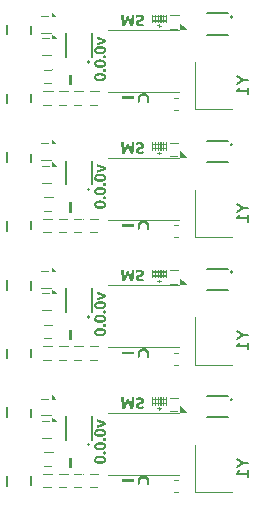
<source format=gbo>
G04 #@! TF.GenerationSoftware,KiCad,Pcbnew,8.0.8*
G04 #@! TF.CreationDate,2025-02-21T09:15:23-05:00*
G04 #@! TF.ProjectId,panel,70616e65-6c2e-46b6-9963-61645f706362,v0.0.0*
G04 #@! TF.SameCoordinates,Original*
G04 #@! TF.FileFunction,Legend,Bot*
G04 #@! TF.FilePolarity,Positive*
%FSLAX46Y46*%
G04 Gerber Fmt 4.6, Leading zero omitted, Abs format (unit mm)*
G04 Created by KiCad (PCBNEW 8.0.8) date 2025-02-21 09:15:23*
%MOMM*%
%LPD*%
G01*
G04 APERTURE LIST*
%ADD10C,0.200000*%
%ADD11C,0.180000*%
%ADD12C,0.150000*%
%ADD13C,0.100000*%
%ADD14C,0.120000*%
G04 APERTURE END LIST*
D10*
G36*
X37805631Y-54203803D02*
G01*
X37803601Y-54146101D01*
X37797510Y-54091940D01*
X37787359Y-54041321D01*
X37773147Y-53994243D01*
X37749672Y-53940376D01*
X37719852Y-53892043D01*
X37683688Y-53849243D01*
X37675694Y-53841347D01*
X37632347Y-53805532D01*
X37583669Y-53775788D01*
X37529660Y-53752114D01*
X37482614Y-53737545D01*
X37432157Y-53726861D01*
X37378288Y-53720063D01*
X37321008Y-53717149D01*
X37306154Y-53717027D01*
X37255343Y-53718839D01*
X37200277Y-53725346D01*
X37148418Y-53736585D01*
X37099764Y-53752556D01*
X37093907Y-53754885D01*
X37048967Y-53775692D01*
X37002788Y-53803295D01*
X36961245Y-53835343D01*
X36936127Y-53859177D01*
X36902329Y-53898399D01*
X36873478Y-53941600D01*
X36849573Y-53988782D01*
X36838429Y-54016713D01*
X36823897Y-54063364D01*
X36813517Y-54111968D01*
X36807288Y-54162526D01*
X36805212Y-54215039D01*
X36806989Y-54267124D01*
X36812835Y-54318054D01*
X36814494Y-54327635D01*
X36824923Y-54377837D01*
X36835498Y-54416295D01*
X36852301Y-54462566D01*
X36860167Y-54479554D01*
X36879706Y-54516190D01*
X37050432Y-54452687D01*
X37029549Y-54407281D01*
X37012866Y-54358996D01*
X37009644Y-54347907D01*
X36998732Y-54296627D01*
X36993597Y-54244569D01*
X36992791Y-54212108D01*
X36997004Y-54162038D01*
X37009644Y-54112945D01*
X37031381Y-54067333D01*
X37063377Y-54027216D01*
X37102958Y-53995456D01*
X37148519Y-53971720D01*
X37159364Y-53967376D01*
X37206900Y-53953683D01*
X37256751Y-53946683D01*
X37302002Y-53944906D01*
X37351107Y-53946967D01*
X37401435Y-53953850D01*
X37427299Y-53959561D01*
X37474910Y-53976057D01*
X37519178Y-54001409D01*
X37527194Y-54007432D01*
X37562714Y-54043027D01*
X37588894Y-54084287D01*
X37593628Y-54094138D01*
X37609442Y-54141307D01*
X37616884Y-54191430D01*
X37618053Y-54223587D01*
X37616275Y-54274274D01*
X37612435Y-54309316D01*
X37603672Y-54357666D01*
X37599002Y-54376972D01*
X37583231Y-54424720D01*
X37581416Y-54428995D01*
X37563098Y-54469784D01*
X37732358Y-54530112D01*
X37754293Y-54486119D01*
X37771468Y-54439070D01*
X37783161Y-54399198D01*
X37794023Y-54349674D01*
X37801330Y-54295900D01*
X37804841Y-54244533D01*
X37805631Y-54203803D01*
G37*
D11*
G36*
X38730000Y-48013098D02*
G01*
X38965205Y-48013098D01*
X38615205Y-48187976D01*
X38615205Y-48073182D01*
X38380000Y-48073182D01*
X38730000Y-47898304D01*
X38730000Y-48013098D01*
G37*
G36*
X38147480Y-47198304D02*
G01*
X38265205Y-47198304D01*
X38265205Y-47080579D01*
X38380000Y-47080579D01*
X38380000Y-47198304D01*
X38497480Y-47198304D01*
X38497480Y-47080579D01*
X38615205Y-47080579D01*
X38615205Y-47198304D01*
X38730000Y-47198304D01*
X38730000Y-47080579D01*
X38847480Y-47080579D01*
X38847480Y-47198304D01*
X38965205Y-47198304D01*
X38965205Y-47080579D01*
X39080000Y-47080579D01*
X39080000Y-47198304D01*
X39197480Y-47198304D01*
X39197480Y-47080579D01*
X39315205Y-47080579D01*
X39315205Y-47780579D01*
X39197480Y-47780579D01*
X39197480Y-47663098D01*
X39080000Y-47663098D01*
X39080000Y-47780579D01*
X38965205Y-47780579D01*
X38965205Y-47663098D01*
X38847480Y-47663098D01*
X38847480Y-47780579D01*
X38730000Y-47780579D01*
X38730000Y-47663098D01*
X38615205Y-47663098D01*
X38615205Y-47780579D01*
X38497480Y-47780579D01*
X38497480Y-47663098D01*
X38380000Y-47663098D01*
X38380000Y-47780579D01*
X38265205Y-47780579D01*
X38265205Y-47663098D01*
X38147480Y-47663098D01*
X38147480Y-47780579D01*
X38030000Y-47780579D01*
X38030000Y-47548304D01*
X38147480Y-47548304D01*
X38265205Y-47548304D01*
X38380000Y-47548304D01*
X38497480Y-47548304D01*
X38615205Y-47548304D01*
X38730000Y-47548304D01*
X38847480Y-47548304D01*
X38965205Y-47548304D01*
X39080000Y-47548304D01*
X39197480Y-47548304D01*
X39197480Y-47313098D01*
X39080000Y-47313098D01*
X39080000Y-47548304D01*
X38965205Y-47548304D01*
X38965205Y-47313098D01*
X38847480Y-47313098D01*
X38847480Y-47548304D01*
X38730000Y-47548304D01*
X38730000Y-47313098D01*
X38615205Y-47313098D01*
X38615205Y-47548304D01*
X38497480Y-47548304D01*
X38497480Y-47313098D01*
X38380000Y-47313098D01*
X38380000Y-47548304D01*
X38265205Y-47548304D01*
X38265205Y-47313098D01*
X38147480Y-47313098D01*
X38147480Y-47548304D01*
X38030000Y-47548304D01*
X38030000Y-47080579D01*
X38147480Y-47080579D01*
X38147480Y-47198304D01*
G37*
G36*
X35711493Y-48049155D02*
G01*
X35735168Y-48004603D01*
X35757768Y-47959792D01*
X35769867Y-47935094D01*
X35792882Y-47887085D01*
X35814406Y-47841137D01*
X35836502Y-47792994D01*
X35838743Y-47788060D01*
X35858881Y-47743256D01*
X35878903Y-47697874D01*
X35898809Y-47651912D01*
X35909818Y-47626127D01*
X35929273Y-47580463D01*
X35950120Y-47531538D01*
X35970155Y-47484521D01*
X35976008Y-47470788D01*
X35995776Y-47517232D01*
X36016308Y-47565585D01*
X36035439Y-47610733D01*
X36041953Y-47626127D01*
X36061795Y-47672411D01*
X36081753Y-47718115D01*
X36101826Y-47763240D01*
X36113028Y-47788060D01*
X36135182Y-47836422D01*
X36156763Y-47882589D01*
X36179841Y-47930839D01*
X36181905Y-47935094D01*
X36203679Y-47979206D01*
X36227105Y-48024716D01*
X36240279Y-48049155D01*
X36440069Y-48049155D01*
X36447015Y-47999467D01*
X36453686Y-47946878D01*
X36460082Y-47891390D01*
X36465453Y-47840457D01*
X36466203Y-47833000D01*
X36471299Y-47780268D01*
X36476114Y-47726578D01*
X36480649Y-47671929D01*
X36484903Y-47616322D01*
X36487208Y-47584117D01*
X36491187Y-47527543D01*
X36495002Y-47470876D01*
X36498653Y-47414115D01*
X36502141Y-47357261D01*
X36504061Y-47324731D01*
X36507375Y-47268608D01*
X36510479Y-47213934D01*
X36513372Y-47160710D01*
X36516056Y-47108935D01*
X36517494Y-47080000D01*
X36303782Y-47080000D01*
X36302122Y-47133723D01*
X36300256Y-47189199D01*
X36298183Y-47246426D01*
X36296299Y-47295454D01*
X36294272Y-47345698D01*
X36292547Y-47386769D01*
X36290160Y-47438665D01*
X36287428Y-47490705D01*
X36284350Y-47542888D01*
X36280926Y-47595215D01*
X36277156Y-47647684D01*
X36273041Y-47700296D01*
X36271297Y-47721381D01*
X36251457Y-47675849D01*
X36231881Y-47631034D01*
X36214877Y-47592177D01*
X36193778Y-47543620D01*
X36172793Y-47495005D01*
X36153817Y-47450760D01*
X36133255Y-47402815D01*
X36113212Y-47356370D01*
X36095443Y-47315450D01*
X36075544Y-47269700D01*
X36055282Y-47222924D01*
X36047571Y-47205052D01*
X35894187Y-47205052D01*
X35873815Y-47252178D01*
X35853207Y-47299620D01*
X35846315Y-47315450D01*
X35826745Y-47360530D01*
X35806655Y-47407111D01*
X35787941Y-47450760D01*
X35767172Y-47499427D01*
X35746172Y-47548037D01*
X35726880Y-47592177D01*
X35706358Y-47639401D01*
X35685418Y-47687560D01*
X35670704Y-47721381D01*
X35666450Y-47668712D01*
X35662542Y-47616185D01*
X35658980Y-47563802D01*
X35655764Y-47511561D01*
X35652893Y-47459464D01*
X35650368Y-47407510D01*
X35649455Y-47386769D01*
X35647313Y-47335551D01*
X35645315Y-47285551D01*
X35643105Y-47227156D01*
X35641101Y-47170512D01*
X35639304Y-47115621D01*
X35638220Y-47080000D01*
X35424508Y-47080000D01*
X35427059Y-47130947D01*
X35429797Y-47183343D01*
X35432722Y-47237188D01*
X35435834Y-47292483D01*
X35437697Y-47324731D01*
X35440670Y-47373515D01*
X35444249Y-47430342D01*
X35447943Y-47487076D01*
X35451755Y-47543716D01*
X35454549Y-47584117D01*
X35458738Y-47640271D01*
X35463185Y-47695468D01*
X35467888Y-47749706D01*
X35472849Y-47802985D01*
X35475799Y-47833000D01*
X35481128Y-47884249D01*
X35486644Y-47933278D01*
X35493178Y-47986592D01*
X35499956Y-48037005D01*
X35501688Y-48049155D01*
X35711493Y-48049155D01*
G37*
G36*
X36973984Y-47251946D02*
G01*
X37023409Y-47254616D01*
X37050676Y-47259518D01*
X37096730Y-47278437D01*
X37099036Y-47280034D01*
X37124438Y-47310809D01*
X37131521Y-47350376D01*
X37117224Y-47397835D01*
X37086336Y-47427801D01*
X37043528Y-47451604D01*
X36993950Y-47472541D01*
X36945185Y-47490012D01*
X36931730Y-47494480D01*
X36883859Y-47512248D01*
X36835987Y-47532337D01*
X36790558Y-47556578D01*
X36750013Y-47586315D01*
X36715636Y-47622219D01*
X36688220Y-47664961D01*
X36671040Y-47712814D01*
X36664658Y-47761319D01*
X36664284Y-47777557D01*
X36668436Y-47829200D01*
X36680892Y-47876570D01*
X36689441Y-47896992D01*
X36715688Y-47940496D01*
X36749975Y-47977829D01*
X36761249Y-47987362D01*
X36802337Y-48014862D01*
X36849793Y-48036639D01*
X36873845Y-48044759D01*
X36925857Y-48056963D01*
X36977699Y-48063202D01*
X37023077Y-48064787D01*
X37076338Y-48063106D01*
X37125387Y-48058063D01*
X37174946Y-48048518D01*
X37193314Y-48043538D01*
X37243598Y-48027166D01*
X37290010Y-48008034D01*
X37311528Y-47997131D01*
X37248269Y-47823719D01*
X37202312Y-47844658D01*
X37157411Y-47860844D01*
X37106191Y-47872590D01*
X37054508Y-47876952D01*
X37037243Y-47877208D01*
X36988259Y-47874697D01*
X36938391Y-47863180D01*
X36923914Y-47855959D01*
X36892839Y-47816121D01*
X36889476Y-47790990D01*
X36902177Y-47747027D01*
X36938080Y-47715031D01*
X36982278Y-47692626D01*
X36991570Y-47688897D01*
X37038260Y-47671666D01*
X37058248Y-47664717D01*
X37108132Y-47645829D01*
X37153341Y-47627114D01*
X37190383Y-47610251D01*
X37236058Y-47585013D01*
X37276798Y-47554133D01*
X37283928Y-47547480D01*
X37316535Y-47508463D01*
X37339616Y-47463217D01*
X37352764Y-47413371D01*
X37357648Y-47362879D01*
X37357934Y-47345980D01*
X37353352Y-47290286D01*
X37339608Y-47240319D01*
X37316701Y-47196079D01*
X37284631Y-47157566D01*
X37262191Y-47138129D01*
X37215747Y-47109388D01*
X37168514Y-47090372D01*
X37114430Y-47076541D01*
X37064125Y-47068978D01*
X37009062Y-47065016D01*
X36973740Y-47064368D01*
X36923247Y-47065658D01*
X36873559Y-47069932D01*
X36856992Y-47072184D01*
X36807960Y-47080854D01*
X36764912Y-47091235D01*
X36717178Y-47106612D01*
X36696036Y-47115170D01*
X36651220Y-47136987D01*
X36647431Y-47139106D01*
X36709469Y-47313984D01*
X36754910Y-47292618D01*
X36801499Y-47275836D01*
X36817180Y-47270997D01*
X36869227Y-47259388D01*
X36918791Y-47253807D01*
X36968212Y-47251965D01*
X36973984Y-47251946D01*
G37*
G36*
X38730000Y-37213098D02*
G01*
X38965205Y-37213098D01*
X38615205Y-37387976D01*
X38615205Y-37273182D01*
X38380000Y-37273182D01*
X38730000Y-37098304D01*
X38730000Y-37213098D01*
G37*
G36*
X38147480Y-36398304D02*
G01*
X38265205Y-36398304D01*
X38265205Y-36280579D01*
X38380000Y-36280579D01*
X38380000Y-36398304D01*
X38497480Y-36398304D01*
X38497480Y-36280579D01*
X38615205Y-36280579D01*
X38615205Y-36398304D01*
X38730000Y-36398304D01*
X38730000Y-36280579D01*
X38847480Y-36280579D01*
X38847480Y-36398304D01*
X38965205Y-36398304D01*
X38965205Y-36280579D01*
X39080000Y-36280579D01*
X39080000Y-36398304D01*
X39197480Y-36398304D01*
X39197480Y-36280579D01*
X39315205Y-36280579D01*
X39315205Y-36980579D01*
X39197480Y-36980579D01*
X39197480Y-36863098D01*
X39080000Y-36863098D01*
X39080000Y-36980579D01*
X38965205Y-36980579D01*
X38965205Y-36863098D01*
X38847480Y-36863098D01*
X38847480Y-36980579D01*
X38730000Y-36980579D01*
X38730000Y-36863098D01*
X38615205Y-36863098D01*
X38615205Y-36980579D01*
X38497480Y-36980579D01*
X38497480Y-36863098D01*
X38380000Y-36863098D01*
X38380000Y-36980579D01*
X38265205Y-36980579D01*
X38265205Y-36863098D01*
X38147480Y-36863098D01*
X38147480Y-36980579D01*
X38030000Y-36980579D01*
X38030000Y-36748304D01*
X38147480Y-36748304D01*
X38265205Y-36748304D01*
X38380000Y-36748304D01*
X38497480Y-36748304D01*
X38615205Y-36748304D01*
X38730000Y-36748304D01*
X38847480Y-36748304D01*
X38965205Y-36748304D01*
X39080000Y-36748304D01*
X39197480Y-36748304D01*
X39197480Y-36513098D01*
X39080000Y-36513098D01*
X39080000Y-36748304D01*
X38965205Y-36748304D01*
X38965205Y-36513098D01*
X38847480Y-36513098D01*
X38847480Y-36748304D01*
X38730000Y-36748304D01*
X38730000Y-36513098D01*
X38615205Y-36513098D01*
X38615205Y-36748304D01*
X38497480Y-36748304D01*
X38497480Y-36513098D01*
X38380000Y-36513098D01*
X38380000Y-36748304D01*
X38265205Y-36748304D01*
X38265205Y-36513098D01*
X38147480Y-36513098D01*
X38147480Y-36748304D01*
X38030000Y-36748304D01*
X38030000Y-36280579D01*
X38147480Y-36280579D01*
X38147480Y-36398304D01*
G37*
D10*
G36*
X35530844Y-32401800D02*
G01*
X35530844Y-32621131D01*
X36500000Y-32621131D01*
X36500000Y-32401800D01*
X35530844Y-32401800D01*
G37*
D11*
G36*
X35711493Y-37249155D02*
G01*
X35735168Y-37204603D01*
X35757768Y-37159792D01*
X35769867Y-37135094D01*
X35792882Y-37087085D01*
X35814406Y-37041137D01*
X35836502Y-36992994D01*
X35838743Y-36988060D01*
X35858881Y-36943256D01*
X35878903Y-36897874D01*
X35898809Y-36851912D01*
X35909818Y-36826127D01*
X35929273Y-36780463D01*
X35950120Y-36731538D01*
X35970155Y-36684521D01*
X35976008Y-36670788D01*
X35995776Y-36717232D01*
X36016308Y-36765585D01*
X36035439Y-36810733D01*
X36041953Y-36826127D01*
X36061795Y-36872411D01*
X36081753Y-36918115D01*
X36101826Y-36963240D01*
X36113028Y-36988060D01*
X36135182Y-37036422D01*
X36156763Y-37082589D01*
X36179841Y-37130839D01*
X36181905Y-37135094D01*
X36203679Y-37179206D01*
X36227105Y-37224716D01*
X36240279Y-37249155D01*
X36440069Y-37249155D01*
X36447015Y-37199467D01*
X36453686Y-37146878D01*
X36460082Y-37091390D01*
X36465453Y-37040457D01*
X36466203Y-37033000D01*
X36471299Y-36980268D01*
X36476114Y-36926578D01*
X36480649Y-36871929D01*
X36484903Y-36816322D01*
X36487208Y-36784117D01*
X36491187Y-36727543D01*
X36495002Y-36670876D01*
X36498653Y-36614115D01*
X36502141Y-36557261D01*
X36504061Y-36524731D01*
X36507375Y-36468608D01*
X36510479Y-36413934D01*
X36513372Y-36360710D01*
X36516056Y-36308935D01*
X36517494Y-36280000D01*
X36303782Y-36280000D01*
X36302122Y-36333723D01*
X36300256Y-36389199D01*
X36298183Y-36446426D01*
X36296299Y-36495454D01*
X36294272Y-36545698D01*
X36292547Y-36586769D01*
X36290160Y-36638665D01*
X36287428Y-36690705D01*
X36284350Y-36742888D01*
X36280926Y-36795215D01*
X36277156Y-36847684D01*
X36273041Y-36900296D01*
X36271297Y-36921381D01*
X36251457Y-36875849D01*
X36231881Y-36831034D01*
X36214877Y-36792177D01*
X36193778Y-36743620D01*
X36172793Y-36695005D01*
X36153817Y-36650760D01*
X36133255Y-36602815D01*
X36113212Y-36556370D01*
X36095443Y-36515450D01*
X36075544Y-36469700D01*
X36055282Y-36422924D01*
X36047571Y-36405052D01*
X35894187Y-36405052D01*
X35873815Y-36452178D01*
X35853207Y-36499620D01*
X35846315Y-36515450D01*
X35826745Y-36560530D01*
X35806655Y-36607111D01*
X35787941Y-36650760D01*
X35767172Y-36699427D01*
X35746172Y-36748037D01*
X35726880Y-36792177D01*
X35706358Y-36839401D01*
X35685418Y-36887560D01*
X35670704Y-36921381D01*
X35666450Y-36868712D01*
X35662542Y-36816185D01*
X35658980Y-36763802D01*
X35655764Y-36711561D01*
X35652893Y-36659464D01*
X35650368Y-36607510D01*
X35649455Y-36586769D01*
X35647313Y-36535551D01*
X35645315Y-36485551D01*
X35643105Y-36427156D01*
X35641101Y-36370512D01*
X35639304Y-36315621D01*
X35638220Y-36280000D01*
X35424508Y-36280000D01*
X35427059Y-36330947D01*
X35429797Y-36383343D01*
X35432722Y-36437188D01*
X35435834Y-36492483D01*
X35437697Y-36524731D01*
X35440670Y-36573515D01*
X35444249Y-36630342D01*
X35447943Y-36687076D01*
X35451755Y-36743716D01*
X35454549Y-36784117D01*
X35458738Y-36840271D01*
X35463185Y-36895468D01*
X35467888Y-36949706D01*
X35472849Y-37002985D01*
X35475799Y-37033000D01*
X35481128Y-37084249D01*
X35486644Y-37133278D01*
X35493178Y-37186592D01*
X35499956Y-37237005D01*
X35501688Y-37249155D01*
X35711493Y-37249155D01*
G37*
G36*
X36973984Y-36451946D02*
G01*
X37023409Y-36454616D01*
X37050676Y-36459518D01*
X37096730Y-36478437D01*
X37099036Y-36480034D01*
X37124438Y-36510809D01*
X37131521Y-36550376D01*
X37117224Y-36597835D01*
X37086336Y-36627801D01*
X37043528Y-36651604D01*
X36993950Y-36672541D01*
X36945185Y-36690012D01*
X36931730Y-36694480D01*
X36883859Y-36712248D01*
X36835987Y-36732337D01*
X36790558Y-36756578D01*
X36750013Y-36786315D01*
X36715636Y-36822219D01*
X36688220Y-36864961D01*
X36671040Y-36912814D01*
X36664658Y-36961319D01*
X36664284Y-36977557D01*
X36668436Y-37029200D01*
X36680892Y-37076570D01*
X36689441Y-37096992D01*
X36715688Y-37140496D01*
X36749975Y-37177829D01*
X36761249Y-37187362D01*
X36802337Y-37214862D01*
X36849793Y-37236639D01*
X36873845Y-37244759D01*
X36925857Y-37256963D01*
X36977699Y-37263202D01*
X37023077Y-37264787D01*
X37076338Y-37263106D01*
X37125387Y-37258063D01*
X37174946Y-37248518D01*
X37193314Y-37243538D01*
X37243598Y-37227166D01*
X37290010Y-37208034D01*
X37311528Y-37197131D01*
X37248269Y-37023719D01*
X37202312Y-37044658D01*
X37157411Y-37060844D01*
X37106191Y-37072590D01*
X37054508Y-37076952D01*
X37037243Y-37077208D01*
X36988259Y-37074697D01*
X36938391Y-37063180D01*
X36923914Y-37055959D01*
X36892839Y-37016121D01*
X36889476Y-36990990D01*
X36902177Y-36947027D01*
X36938080Y-36915031D01*
X36982278Y-36892626D01*
X36991570Y-36888897D01*
X37038260Y-36871666D01*
X37058248Y-36864717D01*
X37108132Y-36845829D01*
X37153341Y-36827114D01*
X37190383Y-36810251D01*
X37236058Y-36785013D01*
X37276798Y-36754133D01*
X37283928Y-36747480D01*
X37316535Y-36708463D01*
X37339616Y-36663217D01*
X37352764Y-36613371D01*
X37357648Y-36562879D01*
X37357934Y-36545980D01*
X37353352Y-36490286D01*
X37339608Y-36440319D01*
X37316701Y-36396079D01*
X37284631Y-36357566D01*
X37262191Y-36338129D01*
X37215747Y-36309388D01*
X37168514Y-36290372D01*
X37114430Y-36276541D01*
X37064125Y-36268978D01*
X37009062Y-36265016D01*
X36973740Y-36264368D01*
X36923247Y-36265658D01*
X36873559Y-36269932D01*
X36856992Y-36272184D01*
X36807960Y-36280854D01*
X36764912Y-36291235D01*
X36717178Y-36306612D01*
X36696036Y-36315170D01*
X36651220Y-36336987D01*
X36647431Y-36339106D01*
X36709469Y-36513984D01*
X36754910Y-36492618D01*
X36801499Y-36475836D01*
X36817180Y-36470997D01*
X36869227Y-36459388D01*
X36918791Y-36453807D01*
X36968212Y-36451965D01*
X36973984Y-36451946D01*
G37*
D10*
G36*
X35530844Y-54001800D02*
G01*
X35530844Y-54221131D01*
X36500000Y-54221131D01*
X36500000Y-54001800D01*
X35530844Y-54001800D01*
G37*
G36*
X34120000Y-49207983D02*
G01*
X34075184Y-49185496D01*
X34028055Y-49162913D01*
X33978613Y-49140235D01*
X33926857Y-49117461D01*
X33872787Y-49094592D01*
X33816404Y-49071627D01*
X33793203Y-49062415D01*
X33745903Y-49044093D01*
X33697551Y-49026007D01*
X33648145Y-49008158D01*
X33597686Y-48990546D01*
X33546174Y-48973171D01*
X33493608Y-48956032D01*
X33439989Y-48939129D01*
X33385317Y-48922464D01*
X33385317Y-49144725D01*
X33434705Y-49158008D01*
X33483662Y-49171934D01*
X33503286Y-49177697D01*
X33551120Y-49192157D01*
X33599365Y-49206961D01*
X33631758Y-49217020D01*
X33680004Y-49232373D01*
X33727288Y-49247658D01*
X33758276Y-49257809D01*
X33806272Y-49274358D01*
X33853903Y-49291909D01*
X33869895Y-49298109D01*
X33823766Y-49314652D01*
X33777165Y-49330934D01*
X33758276Y-49337432D01*
X33711633Y-49353083D01*
X33664029Y-49368527D01*
X33631758Y-49378709D01*
X33583238Y-49393856D01*
X33535129Y-49408522D01*
X33503286Y-49418032D01*
X33453181Y-49432705D01*
X33406060Y-49445765D01*
X33385317Y-49451249D01*
X33385317Y-49667893D01*
X33439989Y-49651227D01*
X33493608Y-49634325D01*
X33546174Y-49617186D01*
X33597686Y-49599810D01*
X33648145Y-49582198D01*
X33697551Y-49564349D01*
X33745903Y-49546264D01*
X33793203Y-49527942D01*
X33839235Y-49509532D01*
X33894693Y-49486605D01*
X33947837Y-49463774D01*
X33998668Y-49441039D01*
X34047185Y-49418399D01*
X34093388Y-49395854D01*
X34120000Y-49382373D01*
X34120000Y-49207983D01*
G37*
G36*
X33693498Y-49727484D02*
G01*
X33748781Y-49731869D01*
X33800537Y-49739177D01*
X33860274Y-49752423D01*
X33914502Y-49770237D01*
X33963219Y-49792619D01*
X34006427Y-49819568D01*
X34029517Y-49837732D01*
X34068884Y-49877809D01*
X34099166Y-49922883D01*
X34120364Y-49972955D01*
X34132477Y-50028024D01*
X34135631Y-50077732D01*
X34135126Y-50098032D01*
X34127556Y-50155600D01*
X34110900Y-50208170D01*
X34085161Y-50255743D01*
X34050336Y-50298319D01*
X34006427Y-50335897D01*
X33998226Y-50341652D01*
X33953916Y-50367688D01*
X33904097Y-50389155D01*
X33848768Y-50406056D01*
X33800537Y-50416287D01*
X33748781Y-50423595D01*
X33693498Y-50427980D01*
X33634689Y-50429442D01*
X33576227Y-50427980D01*
X33521253Y-50423595D01*
X33469768Y-50416287D01*
X33410316Y-50403041D01*
X33356314Y-50385227D01*
X33307763Y-50362846D01*
X33264661Y-50335897D01*
X33241527Y-50317733D01*
X33202086Y-50277656D01*
X33171746Y-50232582D01*
X33150509Y-50182510D01*
X33138373Y-50127441D01*
X33135212Y-50077732D01*
X33307159Y-50077732D01*
X33309053Y-50098847D01*
X33331095Y-50143678D01*
X33353808Y-50163612D01*
X33398750Y-50185932D01*
X33404249Y-50187823D01*
X33452838Y-50200615D01*
X33502065Y-50208402D01*
X33532702Y-50211501D01*
X33581807Y-50214489D01*
X33634689Y-50215485D01*
X33666043Y-50215146D01*
X33717019Y-50212988D01*
X33768290Y-50208402D01*
X33775766Y-50207484D01*
X33824466Y-50199243D01*
X33872337Y-50185932D01*
X33899918Y-50173997D01*
X33939748Y-50143678D01*
X33952371Y-50125798D01*
X33963684Y-50077732D01*
X33961791Y-50056538D01*
X33939748Y-50012031D01*
X33917076Y-49992608D01*
X33872337Y-49970021D01*
X33866807Y-49968041D01*
X33817898Y-49954745D01*
X33768290Y-49946818D01*
X33737225Y-49943719D01*
X33687709Y-49940731D01*
X33634689Y-49939735D01*
X33603382Y-49940074D01*
X33552703Y-49942232D01*
X33502065Y-49946818D01*
X33494649Y-49947739D01*
X33446317Y-49956160D01*
X33398750Y-49970021D01*
X33371031Y-49982258D01*
X33331095Y-50012031D01*
X33318473Y-50029677D01*
X33307159Y-50077732D01*
X33135212Y-50077732D01*
X33138456Y-50029165D01*
X33149518Y-49979212D01*
X33168429Y-49932896D01*
X33192171Y-49894232D01*
X33225175Y-49855835D01*
X33265394Y-49821766D01*
X33281728Y-49810504D01*
X33326569Y-49785321D01*
X33371821Y-49766287D01*
X33421709Y-49750691D01*
X33427522Y-49749173D01*
X33475981Y-49738766D01*
X33527921Y-49731443D01*
X33583341Y-49727203D01*
X33634689Y-49726023D01*
X33693498Y-49727484D01*
G37*
G36*
X34002763Y-50777244D02*
G01*
X34053673Y-50769577D01*
X34097316Y-50742038D01*
X34101681Y-50737188D01*
X34127144Y-50694507D01*
X34135631Y-50646574D01*
X34127144Y-50598458D01*
X34101681Y-50555716D01*
X34059977Y-50525674D01*
X34010763Y-50515816D01*
X34002763Y-50515660D01*
X33951853Y-50523327D01*
X33908209Y-50550865D01*
X33903845Y-50555716D01*
X33878382Y-50598458D01*
X33869895Y-50646574D01*
X33879476Y-50697328D01*
X33903845Y-50737188D01*
X33945549Y-50767230D01*
X33994763Y-50777087D01*
X34002763Y-50777244D01*
G37*
G36*
X33693498Y-50866633D02*
G01*
X33748781Y-50871018D01*
X33800537Y-50878326D01*
X33860274Y-50891572D01*
X33914502Y-50909386D01*
X33963219Y-50931767D01*
X34006427Y-50958716D01*
X34029517Y-50976881D01*
X34068884Y-51016957D01*
X34099166Y-51062032D01*
X34120364Y-51112103D01*
X34132477Y-51167172D01*
X34135631Y-51216881D01*
X34135126Y-51237181D01*
X34127556Y-51294749D01*
X34110900Y-51347319D01*
X34085161Y-51394892D01*
X34050336Y-51437467D01*
X34006427Y-51475046D01*
X33998226Y-51480801D01*
X33953916Y-51506836D01*
X33904097Y-51528304D01*
X33848768Y-51545204D01*
X33800537Y-51555436D01*
X33748781Y-51562744D01*
X33693498Y-51567129D01*
X33634689Y-51568591D01*
X33576227Y-51567129D01*
X33521253Y-51562744D01*
X33469768Y-51555436D01*
X33410316Y-51542190D01*
X33356314Y-51524376D01*
X33307763Y-51501995D01*
X33264661Y-51475046D01*
X33241527Y-51456881D01*
X33202086Y-51416804D01*
X33171746Y-51371730D01*
X33150509Y-51321658D01*
X33138373Y-51266589D01*
X33135212Y-51216881D01*
X33307159Y-51216881D01*
X33309053Y-51237995D01*
X33331095Y-51282826D01*
X33353808Y-51302761D01*
X33398750Y-51325080D01*
X33404249Y-51326971D01*
X33452838Y-51339764D01*
X33502065Y-51347551D01*
X33532702Y-51350650D01*
X33581807Y-51353638D01*
X33634689Y-51354634D01*
X33666043Y-51354295D01*
X33717019Y-51352137D01*
X33768290Y-51347551D01*
X33775766Y-51346633D01*
X33824466Y-51338392D01*
X33872337Y-51325080D01*
X33899918Y-51313145D01*
X33939748Y-51282826D01*
X33952371Y-51264947D01*
X33963684Y-51216881D01*
X33961791Y-51195687D01*
X33939748Y-51151180D01*
X33917076Y-51131757D01*
X33872337Y-51109170D01*
X33866807Y-51107190D01*
X33817898Y-51093894D01*
X33768290Y-51085967D01*
X33737225Y-51082868D01*
X33687709Y-51079880D01*
X33634689Y-51078884D01*
X33603382Y-51079223D01*
X33552703Y-51081381D01*
X33502065Y-51085967D01*
X33494649Y-51086887D01*
X33446317Y-51095309D01*
X33398750Y-51109170D01*
X33371031Y-51121407D01*
X33331095Y-51151180D01*
X33318473Y-51168825D01*
X33307159Y-51216881D01*
X33135212Y-51216881D01*
X33138456Y-51168314D01*
X33149518Y-51118361D01*
X33168429Y-51072045D01*
X33192171Y-51033381D01*
X33225175Y-50994983D01*
X33265394Y-50960914D01*
X33281728Y-50949653D01*
X33326569Y-50924470D01*
X33371821Y-50905435D01*
X33421709Y-50889840D01*
X33427522Y-50888322D01*
X33475981Y-50877915D01*
X33527921Y-50870592D01*
X33583341Y-50866352D01*
X33634689Y-50865171D01*
X33693498Y-50866633D01*
G37*
G36*
X34002763Y-51916392D02*
G01*
X34053673Y-51908725D01*
X34097316Y-51881187D01*
X34101681Y-51876337D01*
X34127144Y-51833655D01*
X34135631Y-51785722D01*
X34127144Y-51737607D01*
X34101681Y-51694864D01*
X34059977Y-51664822D01*
X34010763Y-51654965D01*
X34002763Y-51654808D01*
X33951853Y-51662475D01*
X33908209Y-51690014D01*
X33903845Y-51694864D01*
X33878382Y-51737607D01*
X33869895Y-51785722D01*
X33879476Y-51836477D01*
X33903845Y-51876337D01*
X33945549Y-51906378D01*
X33994763Y-51916236D01*
X34002763Y-51916392D01*
G37*
G36*
X33693498Y-52005781D02*
G01*
X33748781Y-52010166D01*
X33800537Y-52017475D01*
X33860274Y-52030721D01*
X33914502Y-52048534D01*
X33963219Y-52070916D01*
X34006427Y-52097865D01*
X34029517Y-52116029D01*
X34068884Y-52156106D01*
X34099166Y-52201180D01*
X34120364Y-52251252D01*
X34132477Y-52306321D01*
X34135631Y-52356030D01*
X34135126Y-52376329D01*
X34127556Y-52433897D01*
X34110900Y-52486468D01*
X34085161Y-52534041D01*
X34050336Y-52576616D01*
X34006427Y-52614194D01*
X33998226Y-52619949D01*
X33953916Y-52645985D01*
X33904097Y-52667453D01*
X33848768Y-52684353D01*
X33800537Y-52694584D01*
X33748781Y-52701893D01*
X33693498Y-52706278D01*
X33634689Y-52707739D01*
X33576227Y-52706278D01*
X33521253Y-52701893D01*
X33469768Y-52694584D01*
X33410316Y-52681338D01*
X33356314Y-52663525D01*
X33307763Y-52641143D01*
X33264661Y-52614194D01*
X33241527Y-52596030D01*
X33202086Y-52555953D01*
X33171746Y-52510879D01*
X33150509Y-52460807D01*
X33138373Y-52405738D01*
X33135212Y-52356030D01*
X33307159Y-52356030D01*
X33309053Y-52377144D01*
X33331095Y-52421975D01*
X33353808Y-52441910D01*
X33398750Y-52464229D01*
X33404249Y-52466120D01*
X33452838Y-52478912D01*
X33502065Y-52486699D01*
X33532702Y-52489798D01*
X33581807Y-52492786D01*
X33634689Y-52493782D01*
X33666043Y-52493444D01*
X33717019Y-52491285D01*
X33768290Y-52486699D01*
X33775766Y-52485782D01*
X33824466Y-52477540D01*
X33872337Y-52464229D01*
X33899918Y-52452294D01*
X33939748Y-52421975D01*
X33952371Y-52404096D01*
X33963684Y-52356030D01*
X33961791Y-52334836D01*
X33939748Y-52290328D01*
X33917076Y-52270905D01*
X33872337Y-52248318D01*
X33866807Y-52246339D01*
X33817898Y-52233043D01*
X33768290Y-52225115D01*
X33737225Y-52222017D01*
X33687709Y-52219028D01*
X33634689Y-52218032D01*
X33603382Y-52218371D01*
X33552703Y-52220529D01*
X33502065Y-52225115D01*
X33494649Y-52226036D01*
X33446317Y-52234458D01*
X33398750Y-52248318D01*
X33371031Y-52260555D01*
X33331095Y-52290328D01*
X33318473Y-52307974D01*
X33307159Y-52356030D01*
X33135212Y-52356030D01*
X33138456Y-52307462D01*
X33149518Y-52257510D01*
X33168429Y-52211194D01*
X33192171Y-52172530D01*
X33225175Y-52134132D01*
X33265394Y-52100063D01*
X33281728Y-52088801D01*
X33326569Y-52063618D01*
X33371821Y-52044584D01*
X33421709Y-52028988D01*
X33427522Y-52027471D01*
X33475981Y-52017064D01*
X33527921Y-52009740D01*
X33583341Y-52005500D01*
X33634689Y-52004320D01*
X33693498Y-52005781D01*
G37*
D11*
G36*
X35711493Y-26449155D02*
G01*
X35735168Y-26404603D01*
X35757768Y-26359792D01*
X35769867Y-26335094D01*
X35792882Y-26287085D01*
X35814406Y-26241137D01*
X35836502Y-26192994D01*
X35838743Y-26188060D01*
X35858881Y-26143256D01*
X35878903Y-26097874D01*
X35898809Y-26051912D01*
X35909818Y-26026127D01*
X35929273Y-25980463D01*
X35950120Y-25931538D01*
X35970155Y-25884521D01*
X35976008Y-25870788D01*
X35995776Y-25917232D01*
X36016308Y-25965585D01*
X36035439Y-26010733D01*
X36041953Y-26026127D01*
X36061795Y-26072411D01*
X36081753Y-26118115D01*
X36101826Y-26163240D01*
X36113028Y-26188060D01*
X36135182Y-26236422D01*
X36156763Y-26282589D01*
X36179841Y-26330839D01*
X36181905Y-26335094D01*
X36203679Y-26379206D01*
X36227105Y-26424716D01*
X36240279Y-26449155D01*
X36440069Y-26449155D01*
X36447015Y-26399467D01*
X36453686Y-26346878D01*
X36460082Y-26291390D01*
X36465453Y-26240457D01*
X36466203Y-26233000D01*
X36471299Y-26180268D01*
X36476114Y-26126578D01*
X36480649Y-26071929D01*
X36484903Y-26016322D01*
X36487208Y-25984117D01*
X36491187Y-25927543D01*
X36495002Y-25870876D01*
X36498653Y-25814115D01*
X36502141Y-25757261D01*
X36504061Y-25724731D01*
X36507375Y-25668608D01*
X36510479Y-25613934D01*
X36513372Y-25560710D01*
X36516056Y-25508935D01*
X36517494Y-25480000D01*
X36303782Y-25480000D01*
X36302122Y-25533723D01*
X36300256Y-25589199D01*
X36298183Y-25646426D01*
X36296299Y-25695454D01*
X36294272Y-25745698D01*
X36292547Y-25786769D01*
X36290160Y-25838665D01*
X36287428Y-25890705D01*
X36284350Y-25942888D01*
X36280926Y-25995215D01*
X36277156Y-26047684D01*
X36273041Y-26100296D01*
X36271297Y-26121381D01*
X36251457Y-26075849D01*
X36231881Y-26031034D01*
X36214877Y-25992177D01*
X36193778Y-25943620D01*
X36172793Y-25895005D01*
X36153817Y-25850760D01*
X36133255Y-25802815D01*
X36113212Y-25756370D01*
X36095443Y-25715450D01*
X36075544Y-25669700D01*
X36055282Y-25622924D01*
X36047571Y-25605052D01*
X35894187Y-25605052D01*
X35873815Y-25652178D01*
X35853207Y-25699620D01*
X35846315Y-25715450D01*
X35826745Y-25760530D01*
X35806655Y-25807111D01*
X35787941Y-25850760D01*
X35767172Y-25899427D01*
X35746172Y-25948037D01*
X35726880Y-25992177D01*
X35706358Y-26039401D01*
X35685418Y-26087560D01*
X35670704Y-26121381D01*
X35666450Y-26068712D01*
X35662542Y-26016185D01*
X35658980Y-25963802D01*
X35655764Y-25911561D01*
X35652893Y-25859464D01*
X35650368Y-25807510D01*
X35649455Y-25786769D01*
X35647313Y-25735551D01*
X35645315Y-25685551D01*
X35643105Y-25627156D01*
X35641101Y-25570512D01*
X35639304Y-25515621D01*
X35638220Y-25480000D01*
X35424508Y-25480000D01*
X35427059Y-25530947D01*
X35429797Y-25583343D01*
X35432722Y-25637188D01*
X35435834Y-25692483D01*
X35437697Y-25724731D01*
X35440670Y-25773515D01*
X35444249Y-25830342D01*
X35447943Y-25887076D01*
X35451755Y-25943716D01*
X35454549Y-25984117D01*
X35458738Y-26040271D01*
X35463185Y-26095468D01*
X35467888Y-26149706D01*
X35472849Y-26202985D01*
X35475799Y-26233000D01*
X35481128Y-26284249D01*
X35486644Y-26333278D01*
X35493178Y-26386592D01*
X35499956Y-26437005D01*
X35501688Y-26449155D01*
X35711493Y-26449155D01*
G37*
G36*
X36973984Y-25651946D02*
G01*
X37023409Y-25654616D01*
X37050676Y-25659518D01*
X37096730Y-25678437D01*
X37099036Y-25680034D01*
X37124438Y-25710809D01*
X37131521Y-25750376D01*
X37117224Y-25797835D01*
X37086336Y-25827801D01*
X37043528Y-25851604D01*
X36993950Y-25872541D01*
X36945185Y-25890012D01*
X36931730Y-25894480D01*
X36883859Y-25912248D01*
X36835987Y-25932337D01*
X36790558Y-25956578D01*
X36750013Y-25986315D01*
X36715636Y-26022219D01*
X36688220Y-26064961D01*
X36671040Y-26112814D01*
X36664658Y-26161319D01*
X36664284Y-26177557D01*
X36668436Y-26229200D01*
X36680892Y-26276570D01*
X36689441Y-26296992D01*
X36715688Y-26340496D01*
X36749975Y-26377829D01*
X36761249Y-26387362D01*
X36802337Y-26414862D01*
X36849793Y-26436639D01*
X36873845Y-26444759D01*
X36925857Y-26456963D01*
X36977699Y-26463202D01*
X37023077Y-26464787D01*
X37076338Y-26463106D01*
X37125387Y-26458063D01*
X37174946Y-26448518D01*
X37193314Y-26443538D01*
X37243598Y-26427166D01*
X37290010Y-26408034D01*
X37311528Y-26397131D01*
X37248269Y-26223719D01*
X37202312Y-26244658D01*
X37157411Y-26260844D01*
X37106191Y-26272590D01*
X37054508Y-26276952D01*
X37037243Y-26277208D01*
X36988259Y-26274697D01*
X36938391Y-26263180D01*
X36923914Y-26255959D01*
X36892839Y-26216121D01*
X36889476Y-26190990D01*
X36902177Y-26147027D01*
X36938080Y-26115031D01*
X36982278Y-26092626D01*
X36991570Y-26088897D01*
X37038260Y-26071666D01*
X37058248Y-26064717D01*
X37108132Y-26045829D01*
X37153341Y-26027114D01*
X37190383Y-26010251D01*
X37236058Y-25985013D01*
X37276798Y-25954133D01*
X37283928Y-25947480D01*
X37316535Y-25908463D01*
X37339616Y-25863217D01*
X37352764Y-25813371D01*
X37357648Y-25762879D01*
X37357934Y-25745980D01*
X37353352Y-25690286D01*
X37339608Y-25640319D01*
X37316701Y-25596079D01*
X37284631Y-25557566D01*
X37262191Y-25538129D01*
X37215747Y-25509388D01*
X37168514Y-25490372D01*
X37114430Y-25476541D01*
X37064125Y-25468978D01*
X37009062Y-25465016D01*
X36973740Y-25464368D01*
X36923247Y-25465658D01*
X36873559Y-25469932D01*
X36856992Y-25472184D01*
X36807960Y-25480854D01*
X36764912Y-25491235D01*
X36717178Y-25506612D01*
X36696036Y-25515170D01*
X36651220Y-25536987D01*
X36647431Y-25539106D01*
X36709469Y-25713984D01*
X36754910Y-25692618D01*
X36801499Y-25675836D01*
X36817180Y-25670997D01*
X36869227Y-25659388D01*
X36918791Y-25653807D01*
X36968212Y-25651965D01*
X36973984Y-25651946D01*
G37*
D10*
G36*
X34120000Y-27607983D02*
G01*
X34075184Y-27585496D01*
X34028055Y-27562913D01*
X33978613Y-27540235D01*
X33926857Y-27517461D01*
X33872787Y-27494592D01*
X33816404Y-27471627D01*
X33793203Y-27462415D01*
X33745903Y-27444093D01*
X33697551Y-27426007D01*
X33648145Y-27408158D01*
X33597686Y-27390546D01*
X33546174Y-27373171D01*
X33493608Y-27356032D01*
X33439989Y-27339129D01*
X33385317Y-27322464D01*
X33385317Y-27544725D01*
X33434705Y-27558008D01*
X33483662Y-27571934D01*
X33503286Y-27577697D01*
X33551120Y-27592157D01*
X33599365Y-27606961D01*
X33631758Y-27617020D01*
X33680004Y-27632373D01*
X33727288Y-27647658D01*
X33758276Y-27657809D01*
X33806272Y-27674358D01*
X33853903Y-27691909D01*
X33869895Y-27698109D01*
X33823766Y-27714652D01*
X33777165Y-27730934D01*
X33758276Y-27737432D01*
X33711633Y-27753083D01*
X33664029Y-27768527D01*
X33631758Y-27778709D01*
X33583238Y-27793856D01*
X33535129Y-27808522D01*
X33503286Y-27818032D01*
X33453181Y-27832705D01*
X33406060Y-27845765D01*
X33385317Y-27851249D01*
X33385317Y-28067893D01*
X33439989Y-28051227D01*
X33493608Y-28034325D01*
X33546174Y-28017186D01*
X33597686Y-27999810D01*
X33648145Y-27982198D01*
X33697551Y-27964349D01*
X33745903Y-27946264D01*
X33793203Y-27927942D01*
X33839235Y-27909532D01*
X33894693Y-27886605D01*
X33947837Y-27863774D01*
X33998668Y-27841039D01*
X34047185Y-27818399D01*
X34093388Y-27795854D01*
X34120000Y-27782373D01*
X34120000Y-27607983D01*
G37*
G36*
X33693498Y-28127484D02*
G01*
X33748781Y-28131869D01*
X33800537Y-28139177D01*
X33860274Y-28152423D01*
X33914502Y-28170237D01*
X33963219Y-28192619D01*
X34006427Y-28219568D01*
X34029517Y-28237732D01*
X34068884Y-28277809D01*
X34099166Y-28322883D01*
X34120364Y-28372955D01*
X34132477Y-28428024D01*
X34135631Y-28477732D01*
X34135126Y-28498032D01*
X34127556Y-28555600D01*
X34110900Y-28608170D01*
X34085161Y-28655743D01*
X34050336Y-28698319D01*
X34006427Y-28735897D01*
X33998226Y-28741652D01*
X33953916Y-28767688D01*
X33904097Y-28789155D01*
X33848768Y-28806056D01*
X33800537Y-28816287D01*
X33748781Y-28823595D01*
X33693498Y-28827980D01*
X33634689Y-28829442D01*
X33576227Y-28827980D01*
X33521253Y-28823595D01*
X33469768Y-28816287D01*
X33410316Y-28803041D01*
X33356314Y-28785227D01*
X33307763Y-28762846D01*
X33264661Y-28735897D01*
X33241527Y-28717733D01*
X33202086Y-28677656D01*
X33171746Y-28632582D01*
X33150509Y-28582510D01*
X33138373Y-28527441D01*
X33135212Y-28477732D01*
X33307159Y-28477732D01*
X33309053Y-28498847D01*
X33331095Y-28543678D01*
X33353808Y-28563612D01*
X33398750Y-28585932D01*
X33404249Y-28587823D01*
X33452838Y-28600615D01*
X33502065Y-28608402D01*
X33532702Y-28611501D01*
X33581807Y-28614489D01*
X33634689Y-28615485D01*
X33666043Y-28615146D01*
X33717019Y-28612988D01*
X33768290Y-28608402D01*
X33775766Y-28607484D01*
X33824466Y-28599243D01*
X33872337Y-28585932D01*
X33899918Y-28573997D01*
X33939748Y-28543678D01*
X33952371Y-28525798D01*
X33963684Y-28477732D01*
X33961791Y-28456538D01*
X33939748Y-28412031D01*
X33917076Y-28392608D01*
X33872337Y-28370021D01*
X33866807Y-28368041D01*
X33817898Y-28354745D01*
X33768290Y-28346818D01*
X33737225Y-28343719D01*
X33687709Y-28340731D01*
X33634689Y-28339735D01*
X33603382Y-28340074D01*
X33552703Y-28342232D01*
X33502065Y-28346818D01*
X33494649Y-28347739D01*
X33446317Y-28356160D01*
X33398750Y-28370021D01*
X33371031Y-28382258D01*
X33331095Y-28412031D01*
X33318473Y-28429677D01*
X33307159Y-28477732D01*
X33135212Y-28477732D01*
X33138456Y-28429165D01*
X33149518Y-28379212D01*
X33168429Y-28332896D01*
X33192171Y-28294232D01*
X33225175Y-28255835D01*
X33265394Y-28221766D01*
X33281728Y-28210504D01*
X33326569Y-28185321D01*
X33371821Y-28166287D01*
X33421709Y-28150691D01*
X33427522Y-28149173D01*
X33475981Y-28138766D01*
X33527921Y-28131443D01*
X33583341Y-28127203D01*
X33634689Y-28126023D01*
X33693498Y-28127484D01*
G37*
G36*
X34002763Y-29177244D02*
G01*
X34053673Y-29169577D01*
X34097316Y-29142038D01*
X34101681Y-29137188D01*
X34127144Y-29094507D01*
X34135631Y-29046574D01*
X34127144Y-28998458D01*
X34101681Y-28955716D01*
X34059977Y-28925674D01*
X34010763Y-28915816D01*
X34002763Y-28915660D01*
X33951853Y-28923327D01*
X33908209Y-28950865D01*
X33903845Y-28955716D01*
X33878382Y-28998458D01*
X33869895Y-29046574D01*
X33879476Y-29097328D01*
X33903845Y-29137188D01*
X33945549Y-29167230D01*
X33994763Y-29177087D01*
X34002763Y-29177244D01*
G37*
G36*
X33693498Y-29266633D02*
G01*
X33748781Y-29271018D01*
X33800537Y-29278326D01*
X33860274Y-29291572D01*
X33914502Y-29309386D01*
X33963219Y-29331767D01*
X34006427Y-29358716D01*
X34029517Y-29376881D01*
X34068884Y-29416957D01*
X34099166Y-29462032D01*
X34120364Y-29512103D01*
X34132477Y-29567172D01*
X34135631Y-29616881D01*
X34135126Y-29637181D01*
X34127556Y-29694749D01*
X34110900Y-29747319D01*
X34085161Y-29794892D01*
X34050336Y-29837467D01*
X34006427Y-29875046D01*
X33998226Y-29880801D01*
X33953916Y-29906836D01*
X33904097Y-29928304D01*
X33848768Y-29945204D01*
X33800537Y-29955436D01*
X33748781Y-29962744D01*
X33693498Y-29967129D01*
X33634689Y-29968591D01*
X33576227Y-29967129D01*
X33521253Y-29962744D01*
X33469768Y-29955436D01*
X33410316Y-29942190D01*
X33356314Y-29924376D01*
X33307763Y-29901995D01*
X33264661Y-29875046D01*
X33241527Y-29856881D01*
X33202086Y-29816804D01*
X33171746Y-29771730D01*
X33150509Y-29721658D01*
X33138373Y-29666589D01*
X33135212Y-29616881D01*
X33307159Y-29616881D01*
X33309053Y-29637995D01*
X33331095Y-29682826D01*
X33353808Y-29702761D01*
X33398750Y-29725080D01*
X33404249Y-29726971D01*
X33452838Y-29739764D01*
X33502065Y-29747551D01*
X33532702Y-29750650D01*
X33581807Y-29753638D01*
X33634689Y-29754634D01*
X33666043Y-29754295D01*
X33717019Y-29752137D01*
X33768290Y-29747551D01*
X33775766Y-29746633D01*
X33824466Y-29738392D01*
X33872337Y-29725080D01*
X33899918Y-29713145D01*
X33939748Y-29682826D01*
X33952371Y-29664947D01*
X33963684Y-29616881D01*
X33961791Y-29595687D01*
X33939748Y-29551180D01*
X33917076Y-29531757D01*
X33872337Y-29509170D01*
X33866807Y-29507190D01*
X33817898Y-29493894D01*
X33768290Y-29485967D01*
X33737225Y-29482868D01*
X33687709Y-29479880D01*
X33634689Y-29478884D01*
X33603382Y-29479223D01*
X33552703Y-29481381D01*
X33502065Y-29485967D01*
X33494649Y-29486887D01*
X33446317Y-29495309D01*
X33398750Y-29509170D01*
X33371031Y-29521407D01*
X33331095Y-29551180D01*
X33318473Y-29568825D01*
X33307159Y-29616881D01*
X33135212Y-29616881D01*
X33138456Y-29568314D01*
X33149518Y-29518361D01*
X33168429Y-29472045D01*
X33192171Y-29433381D01*
X33225175Y-29394983D01*
X33265394Y-29360914D01*
X33281728Y-29349653D01*
X33326569Y-29324470D01*
X33371821Y-29305435D01*
X33421709Y-29289840D01*
X33427522Y-29288322D01*
X33475981Y-29277915D01*
X33527921Y-29270592D01*
X33583341Y-29266352D01*
X33634689Y-29265171D01*
X33693498Y-29266633D01*
G37*
G36*
X34002763Y-30316392D02*
G01*
X34053673Y-30308725D01*
X34097316Y-30281187D01*
X34101681Y-30276337D01*
X34127144Y-30233655D01*
X34135631Y-30185722D01*
X34127144Y-30137607D01*
X34101681Y-30094864D01*
X34059977Y-30064822D01*
X34010763Y-30054965D01*
X34002763Y-30054808D01*
X33951853Y-30062475D01*
X33908209Y-30090014D01*
X33903845Y-30094864D01*
X33878382Y-30137607D01*
X33869895Y-30185722D01*
X33879476Y-30236477D01*
X33903845Y-30276337D01*
X33945549Y-30306378D01*
X33994763Y-30316236D01*
X34002763Y-30316392D01*
G37*
G36*
X33693498Y-30405781D02*
G01*
X33748781Y-30410166D01*
X33800537Y-30417475D01*
X33860274Y-30430721D01*
X33914502Y-30448534D01*
X33963219Y-30470916D01*
X34006427Y-30497865D01*
X34029517Y-30516029D01*
X34068884Y-30556106D01*
X34099166Y-30601180D01*
X34120364Y-30651252D01*
X34132477Y-30706321D01*
X34135631Y-30756030D01*
X34135126Y-30776329D01*
X34127556Y-30833897D01*
X34110900Y-30886468D01*
X34085161Y-30934041D01*
X34050336Y-30976616D01*
X34006427Y-31014194D01*
X33998226Y-31019949D01*
X33953916Y-31045985D01*
X33904097Y-31067453D01*
X33848768Y-31084353D01*
X33800537Y-31094584D01*
X33748781Y-31101893D01*
X33693498Y-31106278D01*
X33634689Y-31107739D01*
X33576227Y-31106278D01*
X33521253Y-31101893D01*
X33469768Y-31094584D01*
X33410316Y-31081338D01*
X33356314Y-31063525D01*
X33307763Y-31041143D01*
X33264661Y-31014194D01*
X33241527Y-30996030D01*
X33202086Y-30955953D01*
X33171746Y-30910879D01*
X33150509Y-30860807D01*
X33138373Y-30805738D01*
X33135212Y-30756030D01*
X33307159Y-30756030D01*
X33309053Y-30777144D01*
X33331095Y-30821975D01*
X33353808Y-30841910D01*
X33398750Y-30864229D01*
X33404249Y-30866120D01*
X33452838Y-30878912D01*
X33502065Y-30886699D01*
X33532702Y-30889798D01*
X33581807Y-30892786D01*
X33634689Y-30893782D01*
X33666043Y-30893444D01*
X33717019Y-30891285D01*
X33768290Y-30886699D01*
X33775766Y-30885782D01*
X33824466Y-30877540D01*
X33872337Y-30864229D01*
X33899918Y-30852294D01*
X33939748Y-30821975D01*
X33952371Y-30804096D01*
X33963684Y-30756030D01*
X33961791Y-30734836D01*
X33939748Y-30690328D01*
X33917076Y-30670905D01*
X33872337Y-30648318D01*
X33866807Y-30646339D01*
X33817898Y-30633043D01*
X33768290Y-30625115D01*
X33737225Y-30622017D01*
X33687709Y-30619028D01*
X33634689Y-30618032D01*
X33603382Y-30618371D01*
X33552703Y-30620529D01*
X33502065Y-30625115D01*
X33494649Y-30626036D01*
X33446317Y-30634458D01*
X33398750Y-30648318D01*
X33371031Y-30660555D01*
X33331095Y-30690328D01*
X33318473Y-30707974D01*
X33307159Y-30756030D01*
X33135212Y-30756030D01*
X33138456Y-30707462D01*
X33149518Y-30657510D01*
X33168429Y-30611194D01*
X33192171Y-30572530D01*
X33225175Y-30534132D01*
X33265394Y-30500063D01*
X33281728Y-30488801D01*
X33326569Y-30463618D01*
X33371821Y-30444584D01*
X33421709Y-30428988D01*
X33427522Y-30427471D01*
X33475981Y-30417064D01*
X33527921Y-30409740D01*
X33583341Y-30405500D01*
X33634689Y-30404320D01*
X33693498Y-30405781D01*
G37*
G36*
X35530844Y-21601800D02*
G01*
X35530844Y-21821131D01*
X36500000Y-21821131D01*
X36500000Y-21601800D01*
X35530844Y-21601800D01*
G37*
D11*
G36*
X38730000Y-26413098D02*
G01*
X38965205Y-26413098D01*
X38615205Y-26587976D01*
X38615205Y-26473182D01*
X38380000Y-26473182D01*
X38730000Y-26298304D01*
X38730000Y-26413098D01*
G37*
G36*
X38147480Y-25598304D02*
G01*
X38265205Y-25598304D01*
X38265205Y-25480579D01*
X38380000Y-25480579D01*
X38380000Y-25598304D01*
X38497480Y-25598304D01*
X38497480Y-25480579D01*
X38615205Y-25480579D01*
X38615205Y-25598304D01*
X38730000Y-25598304D01*
X38730000Y-25480579D01*
X38847480Y-25480579D01*
X38847480Y-25598304D01*
X38965205Y-25598304D01*
X38965205Y-25480579D01*
X39080000Y-25480579D01*
X39080000Y-25598304D01*
X39197480Y-25598304D01*
X39197480Y-25480579D01*
X39315205Y-25480579D01*
X39315205Y-26180579D01*
X39197480Y-26180579D01*
X39197480Y-26063098D01*
X39080000Y-26063098D01*
X39080000Y-26180579D01*
X38965205Y-26180579D01*
X38965205Y-26063098D01*
X38847480Y-26063098D01*
X38847480Y-26180579D01*
X38730000Y-26180579D01*
X38730000Y-26063098D01*
X38615205Y-26063098D01*
X38615205Y-26180579D01*
X38497480Y-26180579D01*
X38497480Y-26063098D01*
X38380000Y-26063098D01*
X38380000Y-26180579D01*
X38265205Y-26180579D01*
X38265205Y-26063098D01*
X38147480Y-26063098D01*
X38147480Y-26180579D01*
X38030000Y-26180579D01*
X38030000Y-25948304D01*
X38147480Y-25948304D01*
X38265205Y-25948304D01*
X38380000Y-25948304D01*
X38497480Y-25948304D01*
X38615205Y-25948304D01*
X38730000Y-25948304D01*
X38847480Y-25948304D01*
X38965205Y-25948304D01*
X39080000Y-25948304D01*
X39197480Y-25948304D01*
X39197480Y-25713098D01*
X39080000Y-25713098D01*
X39080000Y-25948304D01*
X38965205Y-25948304D01*
X38965205Y-25713098D01*
X38847480Y-25713098D01*
X38847480Y-25948304D01*
X38730000Y-25948304D01*
X38730000Y-25713098D01*
X38615205Y-25713098D01*
X38615205Y-25948304D01*
X38497480Y-25948304D01*
X38497480Y-25713098D01*
X38380000Y-25713098D01*
X38380000Y-25948304D01*
X38265205Y-25948304D01*
X38265205Y-25713098D01*
X38147480Y-25713098D01*
X38147480Y-25948304D01*
X38030000Y-25948304D01*
X38030000Y-25480579D01*
X38147480Y-25480579D01*
X38147480Y-25598304D01*
G37*
D10*
G36*
X37805631Y-43403803D02*
G01*
X37803601Y-43346101D01*
X37797510Y-43291940D01*
X37787359Y-43241321D01*
X37773147Y-43194243D01*
X37749672Y-43140376D01*
X37719852Y-43092043D01*
X37683688Y-43049243D01*
X37675694Y-43041347D01*
X37632347Y-43005532D01*
X37583669Y-42975788D01*
X37529660Y-42952114D01*
X37482614Y-42937545D01*
X37432157Y-42926861D01*
X37378288Y-42920063D01*
X37321008Y-42917149D01*
X37306154Y-42917027D01*
X37255343Y-42918839D01*
X37200277Y-42925346D01*
X37148418Y-42936585D01*
X37099764Y-42952556D01*
X37093907Y-42954885D01*
X37048967Y-42975692D01*
X37002788Y-43003295D01*
X36961245Y-43035343D01*
X36936127Y-43059177D01*
X36902329Y-43098399D01*
X36873478Y-43141600D01*
X36849573Y-43188782D01*
X36838429Y-43216713D01*
X36823897Y-43263364D01*
X36813517Y-43311968D01*
X36807288Y-43362526D01*
X36805212Y-43415039D01*
X36806989Y-43467124D01*
X36812835Y-43518054D01*
X36814494Y-43527635D01*
X36824923Y-43577837D01*
X36835498Y-43616295D01*
X36852301Y-43662566D01*
X36860167Y-43679554D01*
X36879706Y-43716190D01*
X37050432Y-43652687D01*
X37029549Y-43607281D01*
X37012866Y-43558996D01*
X37009644Y-43547907D01*
X36998732Y-43496627D01*
X36993597Y-43444569D01*
X36992791Y-43412108D01*
X36997004Y-43362038D01*
X37009644Y-43312945D01*
X37031381Y-43267333D01*
X37063377Y-43227216D01*
X37102958Y-43195456D01*
X37148519Y-43171720D01*
X37159364Y-43167376D01*
X37206900Y-43153683D01*
X37256751Y-43146683D01*
X37302002Y-43144906D01*
X37351107Y-43146967D01*
X37401435Y-43153850D01*
X37427299Y-43159561D01*
X37474910Y-43176057D01*
X37519178Y-43201409D01*
X37527194Y-43207432D01*
X37562714Y-43243027D01*
X37588894Y-43284287D01*
X37593628Y-43294138D01*
X37609442Y-43341307D01*
X37616884Y-43391430D01*
X37618053Y-43423587D01*
X37616275Y-43474274D01*
X37612435Y-43509316D01*
X37603672Y-43557666D01*
X37599002Y-43576972D01*
X37583231Y-43624720D01*
X37581416Y-43628995D01*
X37563098Y-43669784D01*
X37732358Y-43730112D01*
X37754293Y-43686119D01*
X37771468Y-43639070D01*
X37783161Y-43599198D01*
X37794023Y-43549674D01*
X37801330Y-43495900D01*
X37804841Y-43444533D01*
X37805631Y-43403803D01*
G37*
G36*
X37805631Y-21803803D02*
G01*
X37803601Y-21746101D01*
X37797510Y-21691940D01*
X37787359Y-21641321D01*
X37773147Y-21594243D01*
X37749672Y-21540376D01*
X37719852Y-21492043D01*
X37683688Y-21449243D01*
X37675694Y-21441347D01*
X37632347Y-21405532D01*
X37583669Y-21375788D01*
X37529660Y-21352114D01*
X37482614Y-21337545D01*
X37432157Y-21326861D01*
X37378288Y-21320063D01*
X37321008Y-21317149D01*
X37306154Y-21317027D01*
X37255343Y-21318839D01*
X37200277Y-21325346D01*
X37148418Y-21336585D01*
X37099764Y-21352556D01*
X37093907Y-21354885D01*
X37048967Y-21375692D01*
X37002788Y-21403295D01*
X36961245Y-21435343D01*
X36936127Y-21459177D01*
X36902329Y-21498399D01*
X36873478Y-21541600D01*
X36849573Y-21588782D01*
X36838429Y-21616713D01*
X36823897Y-21663364D01*
X36813517Y-21711968D01*
X36807288Y-21762526D01*
X36805212Y-21815039D01*
X36806989Y-21867124D01*
X36812835Y-21918054D01*
X36814494Y-21927635D01*
X36824923Y-21977837D01*
X36835498Y-22016295D01*
X36852301Y-22062566D01*
X36860167Y-22079554D01*
X36879706Y-22116190D01*
X37050432Y-22052687D01*
X37029549Y-22007281D01*
X37012866Y-21958996D01*
X37009644Y-21947907D01*
X36998732Y-21896627D01*
X36993597Y-21844569D01*
X36992791Y-21812108D01*
X36997004Y-21762038D01*
X37009644Y-21712945D01*
X37031381Y-21667333D01*
X37063377Y-21627216D01*
X37102958Y-21595456D01*
X37148519Y-21571720D01*
X37159364Y-21567376D01*
X37206900Y-21553683D01*
X37256751Y-21546683D01*
X37302002Y-21544906D01*
X37351107Y-21546967D01*
X37401435Y-21553850D01*
X37427299Y-21559561D01*
X37474910Y-21576057D01*
X37519178Y-21601409D01*
X37527194Y-21607432D01*
X37562714Y-21643027D01*
X37588894Y-21684287D01*
X37593628Y-21694138D01*
X37609442Y-21741307D01*
X37616884Y-21791430D01*
X37618053Y-21823587D01*
X37616275Y-21874274D01*
X37612435Y-21909316D01*
X37603672Y-21957666D01*
X37599002Y-21976972D01*
X37583231Y-22024720D01*
X37581416Y-22028995D01*
X37563098Y-22069784D01*
X37732358Y-22130112D01*
X37754293Y-22086119D01*
X37771468Y-22039070D01*
X37783161Y-21999198D01*
X37794023Y-21949674D01*
X37801330Y-21895900D01*
X37804841Y-21844533D01*
X37805631Y-21803803D01*
G37*
G36*
X34120000Y-16807983D02*
G01*
X34075184Y-16785496D01*
X34028055Y-16762913D01*
X33978613Y-16740235D01*
X33926857Y-16717461D01*
X33872787Y-16694592D01*
X33816404Y-16671627D01*
X33793203Y-16662415D01*
X33745903Y-16644093D01*
X33697551Y-16626007D01*
X33648145Y-16608158D01*
X33597686Y-16590546D01*
X33546174Y-16573171D01*
X33493608Y-16556032D01*
X33439989Y-16539129D01*
X33385317Y-16522464D01*
X33385317Y-16744725D01*
X33434705Y-16758008D01*
X33483662Y-16771934D01*
X33503286Y-16777697D01*
X33551120Y-16792157D01*
X33599365Y-16806961D01*
X33631758Y-16817020D01*
X33680004Y-16832373D01*
X33727288Y-16847658D01*
X33758276Y-16857809D01*
X33806272Y-16874358D01*
X33853903Y-16891909D01*
X33869895Y-16898109D01*
X33823766Y-16914652D01*
X33777165Y-16930934D01*
X33758276Y-16937432D01*
X33711633Y-16953083D01*
X33664029Y-16968527D01*
X33631758Y-16978709D01*
X33583238Y-16993856D01*
X33535129Y-17008522D01*
X33503286Y-17018032D01*
X33453181Y-17032705D01*
X33406060Y-17045765D01*
X33385317Y-17051249D01*
X33385317Y-17267893D01*
X33439989Y-17251227D01*
X33493608Y-17234325D01*
X33546174Y-17217186D01*
X33597686Y-17199810D01*
X33648145Y-17182198D01*
X33697551Y-17164349D01*
X33745903Y-17146264D01*
X33793203Y-17127942D01*
X33839235Y-17109532D01*
X33894693Y-17086605D01*
X33947837Y-17063774D01*
X33998668Y-17041039D01*
X34047185Y-17018399D01*
X34093388Y-16995854D01*
X34120000Y-16982373D01*
X34120000Y-16807983D01*
G37*
G36*
X33693498Y-17327484D02*
G01*
X33748781Y-17331869D01*
X33800537Y-17339177D01*
X33860274Y-17352423D01*
X33914502Y-17370237D01*
X33963219Y-17392619D01*
X34006427Y-17419568D01*
X34029517Y-17437732D01*
X34068884Y-17477809D01*
X34099166Y-17522883D01*
X34120364Y-17572955D01*
X34132477Y-17628024D01*
X34135631Y-17677732D01*
X34135126Y-17698032D01*
X34127556Y-17755600D01*
X34110900Y-17808170D01*
X34085161Y-17855743D01*
X34050336Y-17898319D01*
X34006427Y-17935897D01*
X33998226Y-17941652D01*
X33953916Y-17967688D01*
X33904097Y-17989155D01*
X33848768Y-18006056D01*
X33800537Y-18016287D01*
X33748781Y-18023595D01*
X33693498Y-18027980D01*
X33634689Y-18029442D01*
X33576227Y-18027980D01*
X33521253Y-18023595D01*
X33469768Y-18016287D01*
X33410316Y-18003041D01*
X33356314Y-17985227D01*
X33307763Y-17962846D01*
X33264661Y-17935897D01*
X33241527Y-17917733D01*
X33202086Y-17877656D01*
X33171746Y-17832582D01*
X33150509Y-17782510D01*
X33138373Y-17727441D01*
X33135212Y-17677732D01*
X33307159Y-17677732D01*
X33309053Y-17698847D01*
X33331095Y-17743678D01*
X33353808Y-17763612D01*
X33398750Y-17785932D01*
X33404249Y-17787823D01*
X33452838Y-17800615D01*
X33502065Y-17808402D01*
X33532702Y-17811501D01*
X33581807Y-17814489D01*
X33634689Y-17815485D01*
X33666043Y-17815146D01*
X33717019Y-17812988D01*
X33768290Y-17808402D01*
X33775766Y-17807484D01*
X33824466Y-17799243D01*
X33872337Y-17785932D01*
X33899918Y-17773997D01*
X33939748Y-17743678D01*
X33952371Y-17725798D01*
X33963684Y-17677732D01*
X33961791Y-17656538D01*
X33939748Y-17612031D01*
X33917076Y-17592608D01*
X33872337Y-17570021D01*
X33866807Y-17568041D01*
X33817898Y-17554745D01*
X33768290Y-17546818D01*
X33737225Y-17543719D01*
X33687709Y-17540731D01*
X33634689Y-17539735D01*
X33603382Y-17540074D01*
X33552703Y-17542232D01*
X33502065Y-17546818D01*
X33494649Y-17547739D01*
X33446317Y-17556160D01*
X33398750Y-17570021D01*
X33371031Y-17582258D01*
X33331095Y-17612031D01*
X33318473Y-17629677D01*
X33307159Y-17677732D01*
X33135212Y-17677732D01*
X33138456Y-17629165D01*
X33149518Y-17579212D01*
X33168429Y-17532896D01*
X33192171Y-17494232D01*
X33225175Y-17455835D01*
X33265394Y-17421766D01*
X33281728Y-17410504D01*
X33326569Y-17385321D01*
X33371821Y-17366287D01*
X33421709Y-17350691D01*
X33427522Y-17349173D01*
X33475981Y-17338766D01*
X33527921Y-17331443D01*
X33583341Y-17327203D01*
X33634689Y-17326023D01*
X33693498Y-17327484D01*
G37*
G36*
X34002763Y-18377244D02*
G01*
X34053673Y-18369577D01*
X34097316Y-18342038D01*
X34101681Y-18337188D01*
X34127144Y-18294507D01*
X34135631Y-18246574D01*
X34127144Y-18198458D01*
X34101681Y-18155716D01*
X34059977Y-18125674D01*
X34010763Y-18115816D01*
X34002763Y-18115660D01*
X33951853Y-18123327D01*
X33908209Y-18150865D01*
X33903845Y-18155716D01*
X33878382Y-18198458D01*
X33869895Y-18246574D01*
X33879476Y-18297328D01*
X33903845Y-18337188D01*
X33945549Y-18367230D01*
X33994763Y-18377087D01*
X34002763Y-18377244D01*
G37*
G36*
X33693498Y-18466633D02*
G01*
X33748781Y-18471018D01*
X33800537Y-18478326D01*
X33860274Y-18491572D01*
X33914502Y-18509386D01*
X33963219Y-18531767D01*
X34006427Y-18558716D01*
X34029517Y-18576881D01*
X34068884Y-18616957D01*
X34099166Y-18662032D01*
X34120364Y-18712103D01*
X34132477Y-18767172D01*
X34135631Y-18816881D01*
X34135126Y-18837181D01*
X34127556Y-18894749D01*
X34110900Y-18947319D01*
X34085161Y-18994892D01*
X34050336Y-19037467D01*
X34006427Y-19075046D01*
X33998226Y-19080801D01*
X33953916Y-19106836D01*
X33904097Y-19128304D01*
X33848768Y-19145204D01*
X33800537Y-19155436D01*
X33748781Y-19162744D01*
X33693498Y-19167129D01*
X33634689Y-19168591D01*
X33576227Y-19167129D01*
X33521253Y-19162744D01*
X33469768Y-19155436D01*
X33410316Y-19142190D01*
X33356314Y-19124376D01*
X33307763Y-19101995D01*
X33264661Y-19075046D01*
X33241527Y-19056881D01*
X33202086Y-19016804D01*
X33171746Y-18971730D01*
X33150509Y-18921658D01*
X33138373Y-18866589D01*
X33135212Y-18816881D01*
X33307159Y-18816881D01*
X33309053Y-18837995D01*
X33331095Y-18882826D01*
X33353808Y-18902761D01*
X33398750Y-18925080D01*
X33404249Y-18926971D01*
X33452838Y-18939764D01*
X33502065Y-18947551D01*
X33532702Y-18950650D01*
X33581807Y-18953638D01*
X33634689Y-18954634D01*
X33666043Y-18954295D01*
X33717019Y-18952137D01*
X33768290Y-18947551D01*
X33775766Y-18946633D01*
X33824466Y-18938392D01*
X33872337Y-18925080D01*
X33899918Y-18913145D01*
X33939748Y-18882826D01*
X33952371Y-18864947D01*
X33963684Y-18816881D01*
X33961791Y-18795687D01*
X33939748Y-18751180D01*
X33917076Y-18731757D01*
X33872337Y-18709170D01*
X33866807Y-18707190D01*
X33817898Y-18693894D01*
X33768290Y-18685967D01*
X33737225Y-18682868D01*
X33687709Y-18679880D01*
X33634689Y-18678884D01*
X33603382Y-18679223D01*
X33552703Y-18681381D01*
X33502065Y-18685967D01*
X33494649Y-18686887D01*
X33446317Y-18695309D01*
X33398750Y-18709170D01*
X33371031Y-18721407D01*
X33331095Y-18751180D01*
X33318473Y-18768825D01*
X33307159Y-18816881D01*
X33135212Y-18816881D01*
X33138456Y-18768314D01*
X33149518Y-18718361D01*
X33168429Y-18672045D01*
X33192171Y-18633381D01*
X33225175Y-18594983D01*
X33265394Y-18560914D01*
X33281728Y-18549653D01*
X33326569Y-18524470D01*
X33371821Y-18505435D01*
X33421709Y-18489840D01*
X33427522Y-18488322D01*
X33475981Y-18477915D01*
X33527921Y-18470592D01*
X33583341Y-18466352D01*
X33634689Y-18465171D01*
X33693498Y-18466633D01*
G37*
G36*
X34002763Y-19516392D02*
G01*
X34053673Y-19508725D01*
X34097316Y-19481187D01*
X34101681Y-19476337D01*
X34127144Y-19433655D01*
X34135631Y-19385722D01*
X34127144Y-19337607D01*
X34101681Y-19294864D01*
X34059977Y-19264822D01*
X34010763Y-19254965D01*
X34002763Y-19254808D01*
X33951853Y-19262475D01*
X33908209Y-19290014D01*
X33903845Y-19294864D01*
X33878382Y-19337607D01*
X33869895Y-19385722D01*
X33879476Y-19436477D01*
X33903845Y-19476337D01*
X33945549Y-19506378D01*
X33994763Y-19516236D01*
X34002763Y-19516392D01*
G37*
G36*
X33693498Y-19605781D02*
G01*
X33748781Y-19610166D01*
X33800537Y-19617475D01*
X33860274Y-19630721D01*
X33914502Y-19648534D01*
X33963219Y-19670916D01*
X34006427Y-19697865D01*
X34029517Y-19716029D01*
X34068884Y-19756106D01*
X34099166Y-19801180D01*
X34120364Y-19851252D01*
X34132477Y-19906321D01*
X34135631Y-19956030D01*
X34135126Y-19976329D01*
X34127556Y-20033897D01*
X34110900Y-20086468D01*
X34085161Y-20134041D01*
X34050336Y-20176616D01*
X34006427Y-20214194D01*
X33998226Y-20219949D01*
X33953916Y-20245985D01*
X33904097Y-20267453D01*
X33848768Y-20284353D01*
X33800537Y-20294584D01*
X33748781Y-20301893D01*
X33693498Y-20306278D01*
X33634689Y-20307739D01*
X33576227Y-20306278D01*
X33521253Y-20301893D01*
X33469768Y-20294584D01*
X33410316Y-20281338D01*
X33356314Y-20263525D01*
X33307763Y-20241143D01*
X33264661Y-20214194D01*
X33241527Y-20196030D01*
X33202086Y-20155953D01*
X33171746Y-20110879D01*
X33150509Y-20060807D01*
X33138373Y-20005738D01*
X33135212Y-19956030D01*
X33307159Y-19956030D01*
X33309053Y-19977144D01*
X33331095Y-20021975D01*
X33353808Y-20041910D01*
X33398750Y-20064229D01*
X33404249Y-20066120D01*
X33452838Y-20078912D01*
X33502065Y-20086699D01*
X33532702Y-20089798D01*
X33581807Y-20092786D01*
X33634689Y-20093782D01*
X33666043Y-20093444D01*
X33717019Y-20091285D01*
X33768290Y-20086699D01*
X33775766Y-20085782D01*
X33824466Y-20077540D01*
X33872337Y-20064229D01*
X33899918Y-20052294D01*
X33939748Y-20021975D01*
X33952371Y-20004096D01*
X33963684Y-19956030D01*
X33961791Y-19934836D01*
X33939748Y-19890328D01*
X33917076Y-19870905D01*
X33872337Y-19848318D01*
X33866807Y-19846339D01*
X33817898Y-19833043D01*
X33768290Y-19825115D01*
X33737225Y-19822017D01*
X33687709Y-19819028D01*
X33634689Y-19818032D01*
X33603382Y-19818371D01*
X33552703Y-19820529D01*
X33502065Y-19825115D01*
X33494649Y-19826036D01*
X33446317Y-19834458D01*
X33398750Y-19848318D01*
X33371031Y-19860555D01*
X33331095Y-19890328D01*
X33318473Y-19907974D01*
X33307159Y-19956030D01*
X33135212Y-19956030D01*
X33138456Y-19907462D01*
X33149518Y-19857510D01*
X33168429Y-19811194D01*
X33192171Y-19772530D01*
X33225175Y-19734132D01*
X33265394Y-19700063D01*
X33281728Y-19688801D01*
X33326569Y-19663618D01*
X33371821Y-19644584D01*
X33421709Y-19628988D01*
X33427522Y-19627471D01*
X33475981Y-19617064D01*
X33527921Y-19609740D01*
X33583341Y-19605500D01*
X33634689Y-19604320D01*
X33693498Y-19605781D01*
G37*
G36*
X37805631Y-32603803D02*
G01*
X37803601Y-32546101D01*
X37797510Y-32491940D01*
X37787359Y-32441321D01*
X37773147Y-32394243D01*
X37749672Y-32340376D01*
X37719852Y-32292043D01*
X37683688Y-32249243D01*
X37675694Y-32241347D01*
X37632347Y-32205532D01*
X37583669Y-32175788D01*
X37529660Y-32152114D01*
X37482614Y-32137545D01*
X37432157Y-32126861D01*
X37378288Y-32120063D01*
X37321008Y-32117149D01*
X37306154Y-32117027D01*
X37255343Y-32118839D01*
X37200277Y-32125346D01*
X37148418Y-32136585D01*
X37099764Y-32152556D01*
X37093907Y-32154885D01*
X37048967Y-32175692D01*
X37002788Y-32203295D01*
X36961245Y-32235343D01*
X36936127Y-32259177D01*
X36902329Y-32298399D01*
X36873478Y-32341600D01*
X36849573Y-32388782D01*
X36838429Y-32416713D01*
X36823897Y-32463364D01*
X36813517Y-32511968D01*
X36807288Y-32562526D01*
X36805212Y-32615039D01*
X36806989Y-32667124D01*
X36812835Y-32718054D01*
X36814494Y-32727635D01*
X36824923Y-32777837D01*
X36835498Y-32816295D01*
X36852301Y-32862566D01*
X36860167Y-32879554D01*
X36879706Y-32916190D01*
X37050432Y-32852687D01*
X37029549Y-32807281D01*
X37012866Y-32758996D01*
X37009644Y-32747907D01*
X36998732Y-32696627D01*
X36993597Y-32644569D01*
X36992791Y-32612108D01*
X36997004Y-32562038D01*
X37009644Y-32512945D01*
X37031381Y-32467333D01*
X37063377Y-32427216D01*
X37102958Y-32395456D01*
X37148519Y-32371720D01*
X37159364Y-32367376D01*
X37206900Y-32353683D01*
X37256751Y-32346683D01*
X37302002Y-32344906D01*
X37351107Y-32346967D01*
X37401435Y-32353850D01*
X37427299Y-32359561D01*
X37474910Y-32376057D01*
X37519178Y-32401409D01*
X37527194Y-32407432D01*
X37562714Y-32443027D01*
X37588894Y-32484287D01*
X37593628Y-32494138D01*
X37609442Y-32541307D01*
X37616884Y-32591430D01*
X37618053Y-32623587D01*
X37616275Y-32674274D01*
X37612435Y-32709316D01*
X37603672Y-32757666D01*
X37599002Y-32776972D01*
X37583231Y-32824720D01*
X37581416Y-32828995D01*
X37563098Y-32869784D01*
X37732358Y-32930112D01*
X37754293Y-32886119D01*
X37771468Y-32839070D01*
X37783161Y-32799198D01*
X37794023Y-32749674D01*
X37801330Y-32695900D01*
X37804841Y-32644533D01*
X37805631Y-32603803D01*
G37*
G36*
X34120000Y-38407983D02*
G01*
X34075184Y-38385496D01*
X34028055Y-38362913D01*
X33978613Y-38340235D01*
X33926857Y-38317461D01*
X33872787Y-38294592D01*
X33816404Y-38271627D01*
X33793203Y-38262415D01*
X33745903Y-38244093D01*
X33697551Y-38226007D01*
X33648145Y-38208158D01*
X33597686Y-38190546D01*
X33546174Y-38173171D01*
X33493608Y-38156032D01*
X33439989Y-38139129D01*
X33385317Y-38122464D01*
X33385317Y-38344725D01*
X33434705Y-38358008D01*
X33483662Y-38371934D01*
X33503286Y-38377697D01*
X33551120Y-38392157D01*
X33599365Y-38406961D01*
X33631758Y-38417020D01*
X33680004Y-38432373D01*
X33727288Y-38447658D01*
X33758276Y-38457809D01*
X33806272Y-38474358D01*
X33853903Y-38491909D01*
X33869895Y-38498109D01*
X33823766Y-38514652D01*
X33777165Y-38530934D01*
X33758276Y-38537432D01*
X33711633Y-38553083D01*
X33664029Y-38568527D01*
X33631758Y-38578709D01*
X33583238Y-38593856D01*
X33535129Y-38608522D01*
X33503286Y-38618032D01*
X33453181Y-38632705D01*
X33406060Y-38645765D01*
X33385317Y-38651249D01*
X33385317Y-38867893D01*
X33439989Y-38851227D01*
X33493608Y-38834325D01*
X33546174Y-38817186D01*
X33597686Y-38799810D01*
X33648145Y-38782198D01*
X33697551Y-38764349D01*
X33745903Y-38746264D01*
X33793203Y-38727942D01*
X33839235Y-38709532D01*
X33894693Y-38686605D01*
X33947837Y-38663774D01*
X33998668Y-38641039D01*
X34047185Y-38618399D01*
X34093388Y-38595854D01*
X34120000Y-38582373D01*
X34120000Y-38407983D01*
G37*
G36*
X33693498Y-38927484D02*
G01*
X33748781Y-38931869D01*
X33800537Y-38939177D01*
X33860274Y-38952423D01*
X33914502Y-38970237D01*
X33963219Y-38992619D01*
X34006427Y-39019568D01*
X34029517Y-39037732D01*
X34068884Y-39077809D01*
X34099166Y-39122883D01*
X34120364Y-39172955D01*
X34132477Y-39228024D01*
X34135631Y-39277732D01*
X34135126Y-39298032D01*
X34127556Y-39355600D01*
X34110900Y-39408170D01*
X34085161Y-39455743D01*
X34050336Y-39498319D01*
X34006427Y-39535897D01*
X33998226Y-39541652D01*
X33953916Y-39567688D01*
X33904097Y-39589155D01*
X33848768Y-39606056D01*
X33800537Y-39616287D01*
X33748781Y-39623595D01*
X33693498Y-39627980D01*
X33634689Y-39629442D01*
X33576227Y-39627980D01*
X33521253Y-39623595D01*
X33469768Y-39616287D01*
X33410316Y-39603041D01*
X33356314Y-39585227D01*
X33307763Y-39562846D01*
X33264661Y-39535897D01*
X33241527Y-39517733D01*
X33202086Y-39477656D01*
X33171746Y-39432582D01*
X33150509Y-39382510D01*
X33138373Y-39327441D01*
X33135212Y-39277732D01*
X33307159Y-39277732D01*
X33309053Y-39298847D01*
X33331095Y-39343678D01*
X33353808Y-39363612D01*
X33398750Y-39385932D01*
X33404249Y-39387823D01*
X33452838Y-39400615D01*
X33502065Y-39408402D01*
X33532702Y-39411501D01*
X33581807Y-39414489D01*
X33634689Y-39415485D01*
X33666043Y-39415146D01*
X33717019Y-39412988D01*
X33768290Y-39408402D01*
X33775766Y-39407484D01*
X33824466Y-39399243D01*
X33872337Y-39385932D01*
X33899918Y-39373997D01*
X33939748Y-39343678D01*
X33952371Y-39325798D01*
X33963684Y-39277732D01*
X33961791Y-39256538D01*
X33939748Y-39212031D01*
X33917076Y-39192608D01*
X33872337Y-39170021D01*
X33866807Y-39168041D01*
X33817898Y-39154745D01*
X33768290Y-39146818D01*
X33737225Y-39143719D01*
X33687709Y-39140731D01*
X33634689Y-39139735D01*
X33603382Y-39140074D01*
X33552703Y-39142232D01*
X33502065Y-39146818D01*
X33494649Y-39147739D01*
X33446317Y-39156160D01*
X33398750Y-39170021D01*
X33371031Y-39182258D01*
X33331095Y-39212031D01*
X33318473Y-39229677D01*
X33307159Y-39277732D01*
X33135212Y-39277732D01*
X33138456Y-39229165D01*
X33149518Y-39179212D01*
X33168429Y-39132896D01*
X33192171Y-39094232D01*
X33225175Y-39055835D01*
X33265394Y-39021766D01*
X33281728Y-39010504D01*
X33326569Y-38985321D01*
X33371821Y-38966287D01*
X33421709Y-38950691D01*
X33427522Y-38949173D01*
X33475981Y-38938766D01*
X33527921Y-38931443D01*
X33583341Y-38927203D01*
X33634689Y-38926023D01*
X33693498Y-38927484D01*
G37*
G36*
X34002763Y-39977244D02*
G01*
X34053673Y-39969577D01*
X34097316Y-39942038D01*
X34101681Y-39937188D01*
X34127144Y-39894507D01*
X34135631Y-39846574D01*
X34127144Y-39798458D01*
X34101681Y-39755716D01*
X34059977Y-39725674D01*
X34010763Y-39715816D01*
X34002763Y-39715660D01*
X33951853Y-39723327D01*
X33908209Y-39750865D01*
X33903845Y-39755716D01*
X33878382Y-39798458D01*
X33869895Y-39846574D01*
X33879476Y-39897328D01*
X33903845Y-39937188D01*
X33945549Y-39967230D01*
X33994763Y-39977087D01*
X34002763Y-39977244D01*
G37*
G36*
X33693498Y-40066633D02*
G01*
X33748781Y-40071018D01*
X33800537Y-40078326D01*
X33860274Y-40091572D01*
X33914502Y-40109386D01*
X33963219Y-40131767D01*
X34006427Y-40158716D01*
X34029517Y-40176881D01*
X34068884Y-40216957D01*
X34099166Y-40262032D01*
X34120364Y-40312103D01*
X34132477Y-40367172D01*
X34135631Y-40416881D01*
X34135126Y-40437181D01*
X34127556Y-40494749D01*
X34110900Y-40547319D01*
X34085161Y-40594892D01*
X34050336Y-40637467D01*
X34006427Y-40675046D01*
X33998226Y-40680801D01*
X33953916Y-40706836D01*
X33904097Y-40728304D01*
X33848768Y-40745204D01*
X33800537Y-40755436D01*
X33748781Y-40762744D01*
X33693498Y-40767129D01*
X33634689Y-40768591D01*
X33576227Y-40767129D01*
X33521253Y-40762744D01*
X33469768Y-40755436D01*
X33410316Y-40742190D01*
X33356314Y-40724376D01*
X33307763Y-40701995D01*
X33264661Y-40675046D01*
X33241527Y-40656881D01*
X33202086Y-40616804D01*
X33171746Y-40571730D01*
X33150509Y-40521658D01*
X33138373Y-40466589D01*
X33135212Y-40416881D01*
X33307159Y-40416881D01*
X33309053Y-40437995D01*
X33331095Y-40482826D01*
X33353808Y-40502761D01*
X33398750Y-40525080D01*
X33404249Y-40526971D01*
X33452838Y-40539764D01*
X33502065Y-40547551D01*
X33532702Y-40550650D01*
X33581807Y-40553638D01*
X33634689Y-40554634D01*
X33666043Y-40554295D01*
X33717019Y-40552137D01*
X33768290Y-40547551D01*
X33775766Y-40546633D01*
X33824466Y-40538392D01*
X33872337Y-40525080D01*
X33899918Y-40513145D01*
X33939748Y-40482826D01*
X33952371Y-40464947D01*
X33963684Y-40416881D01*
X33961791Y-40395687D01*
X33939748Y-40351180D01*
X33917076Y-40331757D01*
X33872337Y-40309170D01*
X33866807Y-40307190D01*
X33817898Y-40293894D01*
X33768290Y-40285967D01*
X33737225Y-40282868D01*
X33687709Y-40279880D01*
X33634689Y-40278884D01*
X33603382Y-40279223D01*
X33552703Y-40281381D01*
X33502065Y-40285967D01*
X33494649Y-40286887D01*
X33446317Y-40295309D01*
X33398750Y-40309170D01*
X33371031Y-40321407D01*
X33331095Y-40351180D01*
X33318473Y-40368825D01*
X33307159Y-40416881D01*
X33135212Y-40416881D01*
X33138456Y-40368314D01*
X33149518Y-40318361D01*
X33168429Y-40272045D01*
X33192171Y-40233381D01*
X33225175Y-40194983D01*
X33265394Y-40160914D01*
X33281728Y-40149653D01*
X33326569Y-40124470D01*
X33371821Y-40105435D01*
X33421709Y-40089840D01*
X33427522Y-40088322D01*
X33475981Y-40077915D01*
X33527921Y-40070592D01*
X33583341Y-40066352D01*
X33634689Y-40065171D01*
X33693498Y-40066633D01*
G37*
G36*
X34002763Y-41116392D02*
G01*
X34053673Y-41108725D01*
X34097316Y-41081187D01*
X34101681Y-41076337D01*
X34127144Y-41033655D01*
X34135631Y-40985722D01*
X34127144Y-40937607D01*
X34101681Y-40894864D01*
X34059977Y-40864822D01*
X34010763Y-40854965D01*
X34002763Y-40854808D01*
X33951853Y-40862475D01*
X33908209Y-40890014D01*
X33903845Y-40894864D01*
X33878382Y-40937607D01*
X33869895Y-40985722D01*
X33879476Y-41036477D01*
X33903845Y-41076337D01*
X33945549Y-41106378D01*
X33994763Y-41116236D01*
X34002763Y-41116392D01*
G37*
G36*
X33693498Y-41205781D02*
G01*
X33748781Y-41210166D01*
X33800537Y-41217475D01*
X33860274Y-41230721D01*
X33914502Y-41248534D01*
X33963219Y-41270916D01*
X34006427Y-41297865D01*
X34029517Y-41316029D01*
X34068884Y-41356106D01*
X34099166Y-41401180D01*
X34120364Y-41451252D01*
X34132477Y-41506321D01*
X34135631Y-41556030D01*
X34135126Y-41576329D01*
X34127556Y-41633897D01*
X34110900Y-41686468D01*
X34085161Y-41734041D01*
X34050336Y-41776616D01*
X34006427Y-41814194D01*
X33998226Y-41819949D01*
X33953916Y-41845985D01*
X33904097Y-41867453D01*
X33848768Y-41884353D01*
X33800537Y-41894584D01*
X33748781Y-41901893D01*
X33693498Y-41906278D01*
X33634689Y-41907739D01*
X33576227Y-41906278D01*
X33521253Y-41901893D01*
X33469768Y-41894584D01*
X33410316Y-41881338D01*
X33356314Y-41863525D01*
X33307763Y-41841143D01*
X33264661Y-41814194D01*
X33241527Y-41796030D01*
X33202086Y-41755953D01*
X33171746Y-41710879D01*
X33150509Y-41660807D01*
X33138373Y-41605738D01*
X33135212Y-41556030D01*
X33307159Y-41556030D01*
X33309053Y-41577144D01*
X33331095Y-41621975D01*
X33353808Y-41641910D01*
X33398750Y-41664229D01*
X33404249Y-41666120D01*
X33452838Y-41678912D01*
X33502065Y-41686699D01*
X33532702Y-41689798D01*
X33581807Y-41692786D01*
X33634689Y-41693782D01*
X33666043Y-41693444D01*
X33717019Y-41691285D01*
X33768290Y-41686699D01*
X33775766Y-41685782D01*
X33824466Y-41677540D01*
X33872337Y-41664229D01*
X33899918Y-41652294D01*
X33939748Y-41621975D01*
X33952371Y-41604096D01*
X33963684Y-41556030D01*
X33961791Y-41534836D01*
X33939748Y-41490328D01*
X33917076Y-41470905D01*
X33872337Y-41448318D01*
X33866807Y-41446339D01*
X33817898Y-41433043D01*
X33768290Y-41425115D01*
X33737225Y-41422017D01*
X33687709Y-41419028D01*
X33634689Y-41418032D01*
X33603382Y-41418371D01*
X33552703Y-41420529D01*
X33502065Y-41425115D01*
X33494649Y-41426036D01*
X33446317Y-41434458D01*
X33398750Y-41448318D01*
X33371031Y-41460555D01*
X33331095Y-41490328D01*
X33318473Y-41507974D01*
X33307159Y-41556030D01*
X33135212Y-41556030D01*
X33138456Y-41507462D01*
X33149518Y-41457510D01*
X33168429Y-41411194D01*
X33192171Y-41372530D01*
X33225175Y-41334132D01*
X33265394Y-41300063D01*
X33281728Y-41288801D01*
X33326569Y-41263618D01*
X33371821Y-41244584D01*
X33421709Y-41228988D01*
X33427522Y-41227471D01*
X33475981Y-41217064D01*
X33527921Y-41209740D01*
X33583341Y-41205500D01*
X33634689Y-41204320D01*
X33693498Y-41205781D01*
G37*
D11*
G36*
X35711493Y-15649155D02*
G01*
X35735168Y-15604603D01*
X35757768Y-15559792D01*
X35769867Y-15535094D01*
X35792882Y-15487085D01*
X35814406Y-15441137D01*
X35836502Y-15392994D01*
X35838743Y-15388060D01*
X35858881Y-15343256D01*
X35878903Y-15297874D01*
X35898809Y-15251912D01*
X35909818Y-15226127D01*
X35929273Y-15180463D01*
X35950120Y-15131538D01*
X35970155Y-15084521D01*
X35976008Y-15070788D01*
X35995776Y-15117232D01*
X36016308Y-15165585D01*
X36035439Y-15210733D01*
X36041953Y-15226127D01*
X36061795Y-15272411D01*
X36081753Y-15318115D01*
X36101826Y-15363240D01*
X36113028Y-15388060D01*
X36135182Y-15436422D01*
X36156763Y-15482589D01*
X36179841Y-15530839D01*
X36181905Y-15535094D01*
X36203679Y-15579206D01*
X36227105Y-15624716D01*
X36240279Y-15649155D01*
X36440069Y-15649155D01*
X36447015Y-15599467D01*
X36453686Y-15546878D01*
X36460082Y-15491390D01*
X36465453Y-15440457D01*
X36466203Y-15433000D01*
X36471299Y-15380268D01*
X36476114Y-15326578D01*
X36480649Y-15271929D01*
X36484903Y-15216322D01*
X36487208Y-15184117D01*
X36491187Y-15127543D01*
X36495002Y-15070876D01*
X36498653Y-15014115D01*
X36502141Y-14957261D01*
X36504061Y-14924731D01*
X36507375Y-14868608D01*
X36510479Y-14813934D01*
X36513372Y-14760710D01*
X36516056Y-14708935D01*
X36517494Y-14680000D01*
X36303782Y-14680000D01*
X36302122Y-14733723D01*
X36300256Y-14789199D01*
X36298183Y-14846426D01*
X36296299Y-14895454D01*
X36294272Y-14945698D01*
X36292547Y-14986769D01*
X36290160Y-15038665D01*
X36287428Y-15090705D01*
X36284350Y-15142888D01*
X36280926Y-15195215D01*
X36277156Y-15247684D01*
X36273041Y-15300296D01*
X36271297Y-15321381D01*
X36251457Y-15275849D01*
X36231881Y-15231034D01*
X36214877Y-15192177D01*
X36193778Y-15143620D01*
X36172793Y-15095005D01*
X36153817Y-15050760D01*
X36133255Y-15002815D01*
X36113212Y-14956370D01*
X36095443Y-14915450D01*
X36075544Y-14869700D01*
X36055282Y-14822924D01*
X36047571Y-14805052D01*
X35894187Y-14805052D01*
X35873815Y-14852178D01*
X35853207Y-14899620D01*
X35846315Y-14915450D01*
X35826745Y-14960530D01*
X35806655Y-15007111D01*
X35787941Y-15050760D01*
X35767172Y-15099427D01*
X35746172Y-15148037D01*
X35726880Y-15192177D01*
X35706358Y-15239401D01*
X35685418Y-15287560D01*
X35670704Y-15321381D01*
X35666450Y-15268712D01*
X35662542Y-15216185D01*
X35658980Y-15163802D01*
X35655764Y-15111561D01*
X35652893Y-15059464D01*
X35650368Y-15007510D01*
X35649455Y-14986769D01*
X35647313Y-14935551D01*
X35645315Y-14885551D01*
X35643105Y-14827156D01*
X35641101Y-14770512D01*
X35639304Y-14715621D01*
X35638220Y-14680000D01*
X35424508Y-14680000D01*
X35427059Y-14730947D01*
X35429797Y-14783343D01*
X35432722Y-14837188D01*
X35435834Y-14892483D01*
X35437697Y-14924731D01*
X35440670Y-14973515D01*
X35444249Y-15030342D01*
X35447943Y-15087076D01*
X35451755Y-15143716D01*
X35454549Y-15184117D01*
X35458738Y-15240271D01*
X35463185Y-15295468D01*
X35467888Y-15349706D01*
X35472849Y-15402985D01*
X35475799Y-15433000D01*
X35481128Y-15484249D01*
X35486644Y-15533278D01*
X35493178Y-15586592D01*
X35499956Y-15637005D01*
X35501688Y-15649155D01*
X35711493Y-15649155D01*
G37*
G36*
X36973984Y-14851946D02*
G01*
X37023409Y-14854616D01*
X37050676Y-14859518D01*
X37096730Y-14878437D01*
X37099036Y-14880034D01*
X37124438Y-14910809D01*
X37131521Y-14950376D01*
X37117224Y-14997835D01*
X37086336Y-15027801D01*
X37043528Y-15051604D01*
X36993950Y-15072541D01*
X36945185Y-15090012D01*
X36931730Y-15094480D01*
X36883859Y-15112248D01*
X36835987Y-15132337D01*
X36790558Y-15156578D01*
X36750013Y-15186315D01*
X36715636Y-15222219D01*
X36688220Y-15264961D01*
X36671040Y-15312814D01*
X36664658Y-15361319D01*
X36664284Y-15377557D01*
X36668436Y-15429200D01*
X36680892Y-15476570D01*
X36689441Y-15496992D01*
X36715688Y-15540496D01*
X36749975Y-15577829D01*
X36761249Y-15587362D01*
X36802337Y-15614862D01*
X36849793Y-15636639D01*
X36873845Y-15644759D01*
X36925857Y-15656963D01*
X36977699Y-15663202D01*
X37023077Y-15664787D01*
X37076338Y-15663106D01*
X37125387Y-15658063D01*
X37174946Y-15648518D01*
X37193314Y-15643538D01*
X37243598Y-15627166D01*
X37290010Y-15608034D01*
X37311528Y-15597131D01*
X37248269Y-15423719D01*
X37202312Y-15444658D01*
X37157411Y-15460844D01*
X37106191Y-15472590D01*
X37054508Y-15476952D01*
X37037243Y-15477208D01*
X36988259Y-15474697D01*
X36938391Y-15463180D01*
X36923914Y-15455959D01*
X36892839Y-15416121D01*
X36889476Y-15390990D01*
X36902177Y-15347027D01*
X36938080Y-15315031D01*
X36982278Y-15292626D01*
X36991570Y-15288897D01*
X37038260Y-15271666D01*
X37058248Y-15264717D01*
X37108132Y-15245829D01*
X37153341Y-15227114D01*
X37190383Y-15210251D01*
X37236058Y-15185013D01*
X37276798Y-15154133D01*
X37283928Y-15147480D01*
X37316535Y-15108463D01*
X37339616Y-15063217D01*
X37352764Y-15013371D01*
X37357648Y-14962879D01*
X37357934Y-14945980D01*
X37353352Y-14890286D01*
X37339608Y-14840319D01*
X37316701Y-14796079D01*
X37284631Y-14757566D01*
X37262191Y-14738129D01*
X37215747Y-14709388D01*
X37168514Y-14690372D01*
X37114430Y-14676541D01*
X37064125Y-14668978D01*
X37009062Y-14665016D01*
X36973740Y-14664368D01*
X36923247Y-14665658D01*
X36873559Y-14669932D01*
X36856992Y-14672184D01*
X36807960Y-14680854D01*
X36764912Y-14691235D01*
X36717178Y-14706612D01*
X36696036Y-14715170D01*
X36651220Y-14736987D01*
X36647431Y-14739106D01*
X36709469Y-14913984D01*
X36754910Y-14892618D01*
X36801499Y-14875836D01*
X36817180Y-14870997D01*
X36869227Y-14859388D01*
X36918791Y-14853807D01*
X36968212Y-14851965D01*
X36973984Y-14851946D01*
G37*
D10*
G36*
X35530844Y-43201800D02*
G01*
X35530844Y-43421131D01*
X36500000Y-43421131D01*
X36500000Y-43201800D01*
X35530844Y-43201800D01*
G37*
D11*
G36*
X38730000Y-15613098D02*
G01*
X38965205Y-15613098D01*
X38615205Y-15787976D01*
X38615205Y-15673182D01*
X38380000Y-15673182D01*
X38730000Y-15498304D01*
X38730000Y-15613098D01*
G37*
G36*
X38147480Y-14798304D02*
G01*
X38265205Y-14798304D01*
X38265205Y-14680579D01*
X38380000Y-14680579D01*
X38380000Y-14798304D01*
X38497480Y-14798304D01*
X38497480Y-14680579D01*
X38615205Y-14680579D01*
X38615205Y-14798304D01*
X38730000Y-14798304D01*
X38730000Y-14680579D01*
X38847480Y-14680579D01*
X38847480Y-14798304D01*
X38965205Y-14798304D01*
X38965205Y-14680579D01*
X39080000Y-14680579D01*
X39080000Y-14798304D01*
X39197480Y-14798304D01*
X39197480Y-14680579D01*
X39315205Y-14680579D01*
X39315205Y-15380579D01*
X39197480Y-15380579D01*
X39197480Y-15263098D01*
X39080000Y-15263098D01*
X39080000Y-15380579D01*
X38965205Y-15380579D01*
X38965205Y-15263098D01*
X38847480Y-15263098D01*
X38847480Y-15380579D01*
X38730000Y-15380579D01*
X38730000Y-15263098D01*
X38615205Y-15263098D01*
X38615205Y-15380579D01*
X38497480Y-15380579D01*
X38497480Y-15263098D01*
X38380000Y-15263098D01*
X38380000Y-15380579D01*
X38265205Y-15380579D01*
X38265205Y-15263098D01*
X38147480Y-15263098D01*
X38147480Y-15380579D01*
X38030000Y-15380579D01*
X38030000Y-15148304D01*
X38147480Y-15148304D01*
X38265205Y-15148304D01*
X38380000Y-15148304D01*
X38497480Y-15148304D01*
X38615205Y-15148304D01*
X38730000Y-15148304D01*
X38847480Y-15148304D01*
X38965205Y-15148304D01*
X39080000Y-15148304D01*
X39197480Y-15148304D01*
X39197480Y-14913098D01*
X39080000Y-14913098D01*
X39080000Y-15148304D01*
X38965205Y-15148304D01*
X38965205Y-14913098D01*
X38847480Y-14913098D01*
X38847480Y-15148304D01*
X38730000Y-15148304D01*
X38730000Y-14913098D01*
X38615205Y-14913098D01*
X38615205Y-15148304D01*
X38497480Y-15148304D01*
X38497480Y-14913098D01*
X38380000Y-14913098D01*
X38380000Y-15148304D01*
X38265205Y-15148304D01*
X38265205Y-14913098D01*
X38147480Y-14913098D01*
X38147480Y-15148304D01*
X38030000Y-15148304D01*
X38030000Y-14680579D01*
X38147480Y-14680579D01*
X38147480Y-14798304D01*
G37*
D12*
X45718628Y-52623809D02*
X46194819Y-52623809D01*
X45194819Y-52290476D02*
X45718628Y-52623809D01*
X45718628Y-52623809D02*
X45194819Y-52957142D01*
X46194819Y-53814285D02*
X46194819Y-53242857D01*
X46194819Y-53528571D02*
X45194819Y-53528571D01*
X45194819Y-53528571D02*
X45337676Y-53433333D01*
X45337676Y-53433333D02*
X45432914Y-53338095D01*
X45432914Y-53338095D02*
X45480533Y-53242857D01*
X45718628Y-31023809D02*
X46194819Y-31023809D01*
X45194819Y-30690476D02*
X45718628Y-31023809D01*
X45718628Y-31023809D02*
X45194819Y-31357142D01*
X46194819Y-32214285D02*
X46194819Y-31642857D01*
X46194819Y-31928571D02*
X45194819Y-31928571D01*
X45194819Y-31928571D02*
X45337676Y-31833333D01*
X45337676Y-31833333D02*
X45432914Y-31738095D01*
X45432914Y-31738095D02*
X45480533Y-31642857D01*
X45718628Y-20223809D02*
X46194819Y-20223809D01*
X45194819Y-19890476D02*
X45718628Y-20223809D01*
X45718628Y-20223809D02*
X45194819Y-20557142D01*
X46194819Y-21414285D02*
X46194819Y-20842857D01*
X46194819Y-21128571D02*
X45194819Y-21128571D01*
X45194819Y-21128571D02*
X45337676Y-21033333D01*
X45337676Y-21033333D02*
X45432914Y-20938095D01*
X45432914Y-20938095D02*
X45480533Y-20842857D01*
X45718628Y-41823809D02*
X46194819Y-41823809D01*
X45194819Y-41490476D02*
X45718628Y-41823809D01*
X45718628Y-41823809D02*
X45194819Y-42157142D01*
X46194819Y-43014285D02*
X46194819Y-42442857D01*
X46194819Y-42728571D02*
X45194819Y-42728571D01*
X45194819Y-42728571D02*
X45337676Y-42633333D01*
X45337676Y-42633333D02*
X45432914Y-42538095D01*
X45432914Y-42538095D02*
X45480533Y-42442857D01*
D13*
G04 #@! TO.C,Q6*
X28840000Y-31960000D02*
X29440000Y-31960000D01*
X29440000Y-33100000D02*
X28840000Y-33100000D01*
X29650000Y-31980000D02*
G75*
G02*
X29570000Y-31980000I-40000J0D01*
G01*
X29570000Y-31980000D02*
G75*
G02*
X29650000Y-31980000I40000J0D01*
G01*
D14*
G04 #@! TO.C,Y1*
X41640000Y-51100000D02*
X41640000Y-55100000D01*
X41640000Y-55100000D02*
X44790000Y-55100000D01*
X41640000Y-29500000D02*
X41640000Y-33500000D01*
X41640000Y-33500000D02*
X44790000Y-33500000D01*
G04 #@! TO.C,U3*
X34330000Y-48400000D02*
X40320000Y-48400000D01*
X34330000Y-53620000D02*
X40330000Y-53620000D01*
X40910000Y-48310000D02*
X40430000Y-48310000D01*
X40430000Y-47830000D01*
X40910000Y-48310000D01*
G36*
X40910000Y-48310000D02*
G01*
X40430000Y-48310000D01*
X40430000Y-47830000D01*
X40910000Y-48310000D01*
G37*
D12*
G04 #@! TO.C,D5*
X31200000Y-41370000D02*
X31200000Y-42170000D01*
G04 #@! TO.C,J3*
X25750000Y-37950000D02*
X25750000Y-37125000D01*
X25750000Y-43775000D02*
X25750000Y-42950000D01*
X27750000Y-37245000D02*
X27750000Y-37950000D01*
X27750000Y-43655000D02*
X27750000Y-42950000D01*
G04 #@! TO.C,D5*
X31200000Y-30570000D02*
X31200000Y-31370000D01*
D13*
G04 #@! TO.C,Q8*
X32740000Y-21160000D02*
X33340000Y-21160000D01*
X33340000Y-22300000D02*
X32740000Y-22300000D01*
X33550000Y-21180000D02*
G75*
G02*
X33470000Y-21180000I-40000J0D01*
G01*
X33470000Y-21180000D02*
G75*
G02*
X33550000Y-21180000I40000J0D01*
G01*
D14*
G04 #@! TO.C,Q3*
X29280000Y-38270000D02*
X28690000Y-38270000D01*
X29490000Y-39690000D02*
X28690000Y-39690000D01*
X29870000Y-38270000D02*
X29590000Y-38270000D01*
X29590000Y-37990000D01*
X29870000Y-38270000D01*
G36*
X29870000Y-38270000D02*
G01*
X29590000Y-38270000D01*
X29590000Y-37990000D01*
X29870000Y-38270000D01*
G37*
D13*
G04 #@! TO.C,Q8*
X32740000Y-31960000D02*
X33340000Y-31960000D01*
X33340000Y-33100000D02*
X32740000Y-33100000D01*
X33550000Y-31980000D02*
G75*
G02*
X33470000Y-31980000I-40000J0D01*
G01*
X33470000Y-31980000D02*
G75*
G02*
X33550000Y-31980000I40000J0D01*
G01*
D12*
G04 #@! TO.C,J3*
X25750000Y-48750000D02*
X25750000Y-47925000D01*
X25750000Y-54575000D02*
X25750000Y-53750000D01*
X27750000Y-48045000D02*
X27750000Y-48750000D01*
X27750000Y-54455000D02*
X27750000Y-53750000D01*
G04 #@! TO.C,D6*
X31100000Y-42170000D02*
X31100000Y-41370000D01*
D13*
G04 #@! TO.C,Q5*
X30140000Y-31960000D02*
X30740000Y-31960000D01*
X30740000Y-33100000D02*
X30140000Y-33100000D01*
X30950000Y-31980000D02*
G75*
G02*
X30870000Y-31980000I-40000J0D01*
G01*
X30870000Y-31980000D02*
G75*
G02*
X30950000Y-31980000I40000J0D01*
G01*
G04 #@! TO.C,Q7*
X31440000Y-21160000D02*
X32040000Y-21160000D01*
X32040000Y-22300000D02*
X31440000Y-22300000D01*
X32250000Y-21180000D02*
G75*
G02*
X32170000Y-21180000I-40000J0D01*
G01*
X32170000Y-21180000D02*
G75*
G02*
X32250000Y-21180000I40000J0D01*
G01*
D14*
G04 #@! TO.C,Q4*
X29260000Y-25580000D02*
X28670000Y-25580000D01*
X29470000Y-27000000D02*
X28670000Y-27000000D01*
X29850000Y-25580000D02*
X29570000Y-25580000D01*
X29570000Y-25300000D01*
X29850000Y-25580000D01*
G36*
X29850000Y-25580000D02*
G01*
X29570000Y-25580000D01*
X29570000Y-25300000D01*
X29850000Y-25580000D01*
G37*
D12*
G04 #@! TO.C,U6*
X30740000Y-39850000D02*
X30740000Y-37850000D01*
X32940000Y-39850000D02*
X32940000Y-37850000D01*
X32720000Y-40270000D02*
G75*
G02*
X32580000Y-40270000I-70000J0D01*
G01*
X32580000Y-40270000D02*
G75*
G02*
X32720000Y-40270000I70000J0D01*
G01*
G04 #@! TO.C,D5*
X31200000Y-52170000D02*
X31200000Y-52970000D01*
D13*
G04 #@! TO.C,Q6*
X28840000Y-21160000D02*
X29440000Y-21160000D01*
X29440000Y-22300000D02*
X28840000Y-22300000D01*
X29650000Y-21180000D02*
G75*
G02*
X29570000Y-21180000I-40000J0D01*
G01*
X29570000Y-21180000D02*
G75*
G02*
X29650000Y-21180000I40000J0D01*
G01*
G04 #@! TO.C,Q7*
X31440000Y-42760000D02*
X32040000Y-42760000D01*
X32040000Y-43900000D02*
X31440000Y-43900000D01*
X32250000Y-42780000D02*
G75*
G02*
X32170000Y-42780000I-40000J0D01*
G01*
X32170000Y-42780000D02*
G75*
G02*
X32250000Y-42780000I40000J0D01*
G01*
G04 #@! TO.C,Q8*
X32740000Y-42760000D02*
X33340000Y-42760000D01*
X33340000Y-43900000D02*
X32740000Y-43900000D01*
X33550000Y-42780000D02*
G75*
G02*
X33470000Y-42780000I-40000J0D01*
G01*
X33470000Y-42780000D02*
G75*
G02*
X33550000Y-42780000I40000J0D01*
G01*
D12*
G04 #@! TO.C,U1*
X44450000Y-36175000D02*
X42650000Y-36175000D01*
X44450000Y-37975000D02*
X42650000Y-37975000D01*
X44825000Y-36475000D02*
G75*
G02*
X44675000Y-36475000I-75000J0D01*
G01*
X44675000Y-36475000D02*
G75*
G02*
X44825000Y-36475000I75000J0D01*
G01*
D13*
G04 #@! TO.C,Q2*
X28850000Y-19330000D02*
X29450000Y-19330000D01*
X29450000Y-20470000D02*
X28850000Y-20470000D01*
X29660000Y-19350000D02*
G75*
G02*
X29580000Y-19350000I-40000J0D01*
G01*
X29580000Y-19350000D02*
G75*
G02*
X29660000Y-19350000I40000J0D01*
G01*
D14*
G04 #@! TO.C,U3*
X34330000Y-16000000D02*
X40320000Y-16000000D01*
X34330000Y-21220000D02*
X40330000Y-21220000D01*
X40910000Y-15910000D02*
X40430000Y-15910000D01*
X40430000Y-15430000D01*
X40910000Y-15910000D01*
G36*
X40910000Y-15910000D02*
G01*
X40430000Y-15910000D01*
X40430000Y-15430000D01*
X40910000Y-15910000D01*
G37*
X34330000Y-26800000D02*
X40320000Y-26800000D01*
X34330000Y-32020000D02*
X40330000Y-32020000D01*
X40910000Y-26710000D02*
X40430000Y-26710000D01*
X40430000Y-26230000D01*
X40910000Y-26710000D01*
G36*
X40910000Y-26710000D02*
G01*
X40430000Y-26710000D01*
X40430000Y-26230000D01*
X40910000Y-26710000D01*
G37*
D12*
G04 #@! TO.C,U1*
X44450000Y-46975000D02*
X42650000Y-46975000D01*
X44450000Y-48775000D02*
X42650000Y-48775000D01*
X44825000Y-47275000D02*
G75*
G02*
X44675000Y-47275000I-75000J0D01*
G01*
X44675000Y-47275000D02*
G75*
G02*
X44825000Y-47275000I75000J0D01*
G01*
D14*
G04 #@! TO.C,C2*
X39909420Y-43290000D02*
X40190580Y-43290000D01*
X39909420Y-44310000D02*
X40190580Y-44310000D01*
D12*
G04 #@! TO.C,D6*
X31100000Y-52970000D02*
X31100000Y-52170000D01*
D13*
G04 #@! TO.C,Q5*
X30140000Y-42760000D02*
X30740000Y-42760000D01*
X30740000Y-43900000D02*
X30140000Y-43900000D01*
X30950000Y-42780000D02*
G75*
G02*
X30870000Y-42780000I-40000J0D01*
G01*
X30870000Y-42780000D02*
G75*
G02*
X30950000Y-42780000I40000J0D01*
G01*
D12*
G04 #@! TO.C,U6*
X30740000Y-50650000D02*
X30740000Y-48650000D01*
X32940000Y-50650000D02*
X32940000Y-48650000D01*
X32720000Y-51070000D02*
G75*
G02*
X32580000Y-51070000I-70000J0D01*
G01*
X32580000Y-51070000D02*
G75*
G02*
X32720000Y-51070000I70000J0D01*
G01*
G04 #@! TO.C,U1*
X44450000Y-25375000D02*
X42650000Y-25375000D01*
X44450000Y-27175000D02*
X42650000Y-27175000D01*
X44825000Y-25675000D02*
G75*
G02*
X44675000Y-25675000I-75000J0D01*
G01*
X44675000Y-25675000D02*
G75*
G02*
X44825000Y-25675000I75000J0D01*
G01*
D14*
G04 #@! TO.C,Q3*
X29280000Y-16670000D02*
X28690000Y-16670000D01*
X29490000Y-18090000D02*
X28690000Y-18090000D01*
X29870000Y-16670000D02*
X29590000Y-16670000D01*
X29590000Y-16390000D01*
X29870000Y-16670000D01*
G36*
X29870000Y-16670000D02*
G01*
X29590000Y-16670000D01*
X29590000Y-16390000D01*
X29870000Y-16670000D01*
G37*
D12*
G04 #@! TO.C,U6*
X30740000Y-29050000D02*
X30740000Y-27050000D01*
X32940000Y-29050000D02*
X32940000Y-27050000D01*
X32720000Y-29470000D02*
G75*
G02*
X32580000Y-29470000I-70000J0D01*
G01*
X32580000Y-29470000D02*
G75*
G02*
X32720000Y-29470000I70000J0D01*
G01*
D13*
G04 #@! TO.C,Q7*
X31440000Y-53560000D02*
X32040000Y-53560000D01*
X32040000Y-54700000D02*
X31440000Y-54700000D01*
X32250000Y-53580000D02*
G75*
G02*
X32170000Y-53580000I-40000J0D01*
G01*
X32170000Y-53580000D02*
G75*
G02*
X32250000Y-53580000I40000J0D01*
G01*
D12*
G04 #@! TO.C,U6*
X30740000Y-18250000D02*
X30740000Y-16250000D01*
X32940000Y-18250000D02*
X32940000Y-16250000D01*
X32720000Y-18670000D02*
G75*
G02*
X32580000Y-18670000I-70000J0D01*
G01*
X32580000Y-18670000D02*
G75*
G02*
X32720000Y-18670000I70000J0D01*
G01*
D13*
G04 #@! TO.C,Q1*
X39519896Y-25530000D02*
X40119896Y-25530000D01*
X40119896Y-26670000D02*
X39519896Y-26670000D01*
X40329896Y-25550000D02*
G75*
G02*
X40249896Y-25550000I-40000J0D01*
G01*
X40249896Y-25550000D02*
G75*
G02*
X40329896Y-25550000I40000J0D01*
G01*
D12*
G04 #@! TO.C,D6*
X31100000Y-20570000D02*
X31100000Y-19770000D01*
D14*
G04 #@! TO.C,Q4*
X29260000Y-36380000D02*
X28670000Y-36380000D01*
X29470000Y-37800000D02*
X28670000Y-37800000D01*
X29850000Y-36380000D02*
X29570000Y-36380000D01*
X29570000Y-36100000D01*
X29850000Y-36380000D01*
G36*
X29850000Y-36380000D02*
G01*
X29570000Y-36380000D01*
X29570000Y-36100000D01*
X29850000Y-36380000D01*
G37*
G04 #@! TO.C,C2*
X39909420Y-32490000D02*
X40190580Y-32490000D01*
X39909420Y-33510000D02*
X40190580Y-33510000D01*
D13*
G04 #@! TO.C,Q5*
X30140000Y-21160000D02*
X30740000Y-21160000D01*
X30740000Y-22300000D02*
X30140000Y-22300000D01*
X30950000Y-21180000D02*
G75*
G02*
X30870000Y-21180000I-40000J0D01*
G01*
X30870000Y-21180000D02*
G75*
G02*
X30950000Y-21180000I40000J0D01*
G01*
G04 #@! TO.C,Q8*
X32740000Y-53560000D02*
X33340000Y-53560000D01*
X33340000Y-54700000D02*
X32740000Y-54700000D01*
X33550000Y-53580000D02*
G75*
G02*
X33470000Y-53580000I-40000J0D01*
G01*
X33470000Y-53580000D02*
G75*
G02*
X33550000Y-53580000I40000J0D01*
G01*
G04 #@! TO.C,Q6*
X28840000Y-53560000D02*
X29440000Y-53560000D01*
X29440000Y-54700000D02*
X28840000Y-54700000D01*
X29650000Y-53580000D02*
G75*
G02*
X29570000Y-53580000I-40000J0D01*
G01*
X29570000Y-53580000D02*
G75*
G02*
X29650000Y-53580000I40000J0D01*
G01*
G04 #@! TO.C,Q1*
X39519896Y-14730000D02*
X40119896Y-14730000D01*
X40119896Y-15870000D02*
X39519896Y-15870000D01*
X40329896Y-14750000D02*
G75*
G02*
X40249896Y-14750000I-40000J0D01*
G01*
X40249896Y-14750000D02*
G75*
G02*
X40329896Y-14750000I40000J0D01*
G01*
G04 #@! TO.C,Q2*
X28850000Y-51730000D02*
X29450000Y-51730000D01*
X29450000Y-52870000D02*
X28850000Y-52870000D01*
X29660000Y-51750000D02*
G75*
G02*
X29580000Y-51750000I-40000J0D01*
G01*
X29580000Y-51750000D02*
G75*
G02*
X29660000Y-51750000I40000J0D01*
G01*
D12*
G04 #@! TO.C,D6*
X31100000Y-31370000D02*
X31100000Y-30570000D01*
D14*
G04 #@! TO.C,C2*
X39909420Y-54090000D02*
X40190580Y-54090000D01*
X39909420Y-55110000D02*
X40190580Y-55110000D01*
G04 #@! TO.C,Q3*
X29280000Y-27470000D02*
X28690000Y-27470000D01*
X29490000Y-28890000D02*
X28690000Y-28890000D01*
X29870000Y-27470000D02*
X29590000Y-27470000D01*
X29590000Y-27190000D01*
X29870000Y-27470000D01*
G36*
X29870000Y-27470000D02*
G01*
X29590000Y-27470000D01*
X29590000Y-27190000D01*
X29870000Y-27470000D01*
G37*
D13*
G04 #@! TO.C,Q1*
X39519896Y-36330000D02*
X40119896Y-36330000D01*
X40119896Y-37470000D02*
X39519896Y-37470000D01*
X40329896Y-36350000D02*
G75*
G02*
X40249896Y-36350000I-40000J0D01*
G01*
X40249896Y-36350000D02*
G75*
G02*
X40329896Y-36350000I40000J0D01*
G01*
D14*
G04 #@! TO.C,Y1*
X41640000Y-18700000D02*
X41640000Y-22700000D01*
X41640000Y-22700000D02*
X44790000Y-22700000D01*
D13*
G04 #@! TO.C,Q7*
X31440000Y-31960000D02*
X32040000Y-31960000D01*
X32040000Y-33100000D02*
X31440000Y-33100000D01*
X32250000Y-31980000D02*
G75*
G02*
X32170000Y-31980000I-40000J0D01*
G01*
X32170000Y-31980000D02*
G75*
G02*
X32250000Y-31980000I40000J0D01*
G01*
G04 #@! TO.C,Q1*
X39519896Y-47130000D02*
X40119896Y-47130000D01*
X40119896Y-48270000D02*
X39519896Y-48270000D01*
X40329896Y-47150000D02*
G75*
G02*
X40249896Y-47150000I-40000J0D01*
G01*
X40249896Y-47150000D02*
G75*
G02*
X40329896Y-47150000I40000J0D01*
G01*
D12*
G04 #@! TO.C,D5*
X31200000Y-19770000D02*
X31200000Y-20570000D01*
D13*
G04 #@! TO.C,Q6*
X28840000Y-42760000D02*
X29440000Y-42760000D01*
X29440000Y-43900000D02*
X28840000Y-43900000D01*
X29650000Y-42780000D02*
G75*
G02*
X29570000Y-42780000I-40000J0D01*
G01*
X29570000Y-42780000D02*
G75*
G02*
X29650000Y-42780000I40000J0D01*
G01*
G04 #@! TO.C,Q2*
X28850000Y-30130000D02*
X29450000Y-30130000D01*
X29450000Y-31270000D02*
X28850000Y-31270000D01*
X29660000Y-30150000D02*
G75*
G02*
X29580000Y-30150000I-40000J0D01*
G01*
X29580000Y-30150000D02*
G75*
G02*
X29660000Y-30150000I40000J0D01*
G01*
D14*
G04 #@! TO.C,Q4*
X29260000Y-47180000D02*
X28670000Y-47180000D01*
X29470000Y-48600000D02*
X28670000Y-48600000D01*
X29850000Y-47180000D02*
X29570000Y-47180000D01*
X29570000Y-46900000D01*
X29850000Y-47180000D01*
G36*
X29850000Y-47180000D02*
G01*
X29570000Y-47180000D01*
X29570000Y-46900000D01*
X29850000Y-47180000D01*
G37*
D12*
G04 #@! TO.C,J3*
X25750000Y-27150000D02*
X25750000Y-26325000D01*
X25750000Y-32975000D02*
X25750000Y-32150000D01*
X27750000Y-26445000D02*
X27750000Y-27150000D01*
X27750000Y-32855000D02*
X27750000Y-32150000D01*
D14*
G04 #@! TO.C,U3*
X34330000Y-37600000D02*
X40320000Y-37600000D01*
X34330000Y-42820000D02*
X40330000Y-42820000D01*
X40910000Y-37510000D02*
X40430000Y-37510000D01*
X40430000Y-37030000D01*
X40910000Y-37510000D01*
G36*
X40910000Y-37510000D02*
G01*
X40430000Y-37510000D01*
X40430000Y-37030000D01*
X40910000Y-37510000D01*
G37*
D13*
G04 #@! TO.C,Q5*
X30140000Y-53560000D02*
X30740000Y-53560000D01*
X30740000Y-54700000D02*
X30140000Y-54700000D01*
X30950000Y-53580000D02*
G75*
G02*
X30870000Y-53580000I-40000J0D01*
G01*
X30870000Y-53580000D02*
G75*
G02*
X30950000Y-53580000I40000J0D01*
G01*
G04 #@! TO.C,Q2*
X28850000Y-40930000D02*
X29450000Y-40930000D01*
X29450000Y-42070000D02*
X28850000Y-42070000D01*
X29660000Y-40950000D02*
G75*
G02*
X29580000Y-40950000I-40000J0D01*
G01*
X29580000Y-40950000D02*
G75*
G02*
X29660000Y-40950000I40000J0D01*
G01*
D14*
G04 #@! TO.C,Y1*
X41640000Y-40300000D02*
X41640000Y-44300000D01*
X41640000Y-44300000D02*
X44790000Y-44300000D01*
D12*
G04 #@! TO.C,U1*
X44450000Y-14575000D02*
X42650000Y-14575000D01*
X44450000Y-16375000D02*
X42650000Y-16375000D01*
X44825000Y-14875000D02*
G75*
G02*
X44675000Y-14875000I-75000J0D01*
G01*
X44675000Y-14875000D02*
G75*
G02*
X44825000Y-14875000I75000J0D01*
G01*
D14*
G04 #@! TO.C,C2*
X39909420Y-21690000D02*
X40190580Y-21690000D01*
X39909420Y-22710000D02*
X40190580Y-22710000D01*
D12*
G04 #@! TO.C,J3*
X25750000Y-16350000D02*
X25750000Y-15525000D01*
X25750000Y-22175000D02*
X25750000Y-21350000D01*
X27750000Y-15645000D02*
X27750000Y-16350000D01*
X27750000Y-22055000D02*
X27750000Y-21350000D01*
D14*
G04 #@! TO.C,Q4*
X29260000Y-14780000D02*
X28670000Y-14780000D01*
X29470000Y-16200000D02*
X28670000Y-16200000D01*
X29850000Y-14780000D02*
X29570000Y-14780000D01*
X29570000Y-14500000D01*
X29850000Y-14780000D01*
G36*
X29850000Y-14780000D02*
G01*
X29570000Y-14780000D01*
X29570000Y-14500000D01*
X29850000Y-14780000D01*
G37*
G04 #@! TO.C,Q3*
X29280000Y-49070000D02*
X28690000Y-49070000D01*
X29490000Y-50490000D02*
X28690000Y-50490000D01*
X29870000Y-49070000D02*
X29590000Y-49070000D01*
X29590000Y-48790000D01*
X29870000Y-49070000D01*
G36*
X29870000Y-49070000D02*
G01*
X29590000Y-49070000D01*
X29590000Y-48790000D01*
X29870000Y-49070000D01*
G37*
G04 #@! TD*
M02*

</source>
